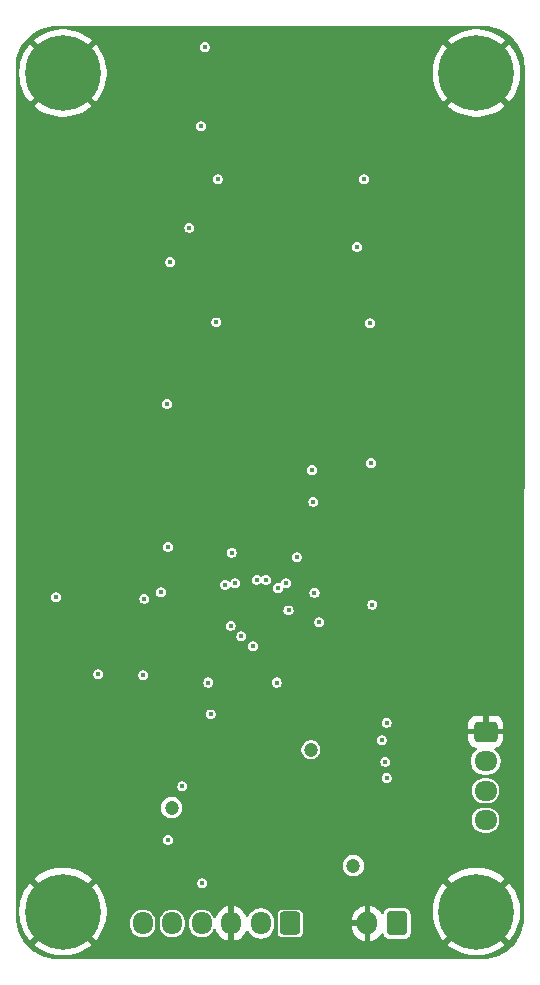
<source format=gbr>
%TF.GenerationSoftware,KiCad,Pcbnew,9.0.0-9.0.0-2~ubuntu22.04.1*%
%TF.CreationDate,2025-03-23T14:44:27+01:00*%
%TF.ProjectId,PCB_controller,5043425f-636f-46e7-9472-6f6c6c65722e,rev?*%
%TF.SameCoordinates,Original*%
%TF.FileFunction,Copper,L3,Inr*%
%TF.FilePolarity,Positive*%
%FSLAX46Y46*%
G04 Gerber Fmt 4.6, Leading zero omitted, Abs format (unit mm)*
G04 Created by KiCad (PCBNEW 9.0.0-9.0.0-2~ubuntu22.04.1) date 2025-03-23 14:44:27*
%MOMM*%
%LPD*%
G01*
G04 APERTURE LIST*
G04 Aperture macros list*
%AMRoundRect*
0 Rectangle with rounded corners*
0 $1 Rounding radius*
0 $2 $3 $4 $5 $6 $7 $8 $9 X,Y pos of 4 corners*
0 Add a 4 corners polygon primitive as box body*
4,1,4,$2,$3,$4,$5,$6,$7,$8,$9,$2,$3,0*
0 Add four circle primitives for the rounded corners*
1,1,$1+$1,$2,$3*
1,1,$1+$1,$4,$5*
1,1,$1+$1,$6,$7*
1,1,$1+$1,$8,$9*
0 Add four rect primitives between the rounded corners*
20,1,$1+$1,$2,$3,$4,$5,0*
20,1,$1+$1,$4,$5,$6,$7,0*
20,1,$1+$1,$6,$7,$8,$9,0*
20,1,$1+$1,$8,$9,$2,$3,0*%
G04 Aperture macros list end*
%TA.AperFunction,ComponentPad*%
%ADD10RoundRect,0.250000X-0.725000X0.600000X-0.725000X-0.600000X0.725000X-0.600000X0.725000X0.600000X0*%
%TD*%
%TA.AperFunction,ComponentPad*%
%ADD11O,1.950000X1.700000*%
%TD*%
%TA.AperFunction,ComponentPad*%
%ADD12C,0.800000*%
%TD*%
%TA.AperFunction,ComponentPad*%
%ADD13C,6.400000*%
%TD*%
%TA.AperFunction,ComponentPad*%
%ADD14RoundRect,0.250000X0.600000X0.725000X-0.600000X0.725000X-0.600000X-0.725000X0.600000X-0.725000X0*%
%TD*%
%TA.AperFunction,ComponentPad*%
%ADD15O,1.700000X1.950000*%
%TD*%
%TA.AperFunction,ComponentPad*%
%ADD16RoundRect,0.250000X0.600000X0.750000X-0.600000X0.750000X-0.600000X-0.750000X0.600000X-0.750000X0*%
%TD*%
%TA.AperFunction,ComponentPad*%
%ADD17O,1.700000X2.000000*%
%TD*%
%TA.AperFunction,ViaPad*%
%ADD18C,0.450000*%
%TD*%
%TA.AperFunction,ViaPad*%
%ADD19C,1.200000*%
%TD*%
G04 APERTURE END LIST*
D10*
%TO.N,GND*%
%TO.C,J3*%
X162787500Y-114750000D03*
D11*
%TO.N,+5V*%
X162787500Y-117250000D03*
%TO.N,I2C1_SDA*%
X162787500Y-119750000D03*
%TO.N,I2C1_SCL*%
X162787500Y-122250000D03*
%TD*%
D12*
%TO.N,GND*%
%TO.C,H1*%
X159600000Y-59000000D03*
X160302944Y-57302944D03*
X160302944Y-60697056D03*
X162000000Y-56600000D03*
D13*
X162000000Y-59000000D03*
D12*
X162000000Y-61400000D03*
X163697056Y-57302944D03*
X163697056Y-60697056D03*
X164400000Y-59000000D03*
%TD*%
D14*
%TO.N,unconnected-(J2-Pin_1-Pad1)*%
%TO.C,J2*%
X146250000Y-131000000D03*
D15*
%TO.N,+5V*%
X143750000Y-131000000D03*
%TO.N,GND*%
X141250000Y-131000000D03*
%TO.N,UART2_HC05_TX*%
X138750000Y-131000000D03*
%TO.N,UART2_HC05_RX*%
X136250000Y-131000000D03*
%TO.N,unconnected-(J2-Pin_6-Pad6)*%
X133750000Y-131000000D03*
%TD*%
D12*
%TO.N,GND*%
%TO.C,H3*%
X124600000Y-59000000D03*
X125302944Y-57302944D03*
X125302944Y-60697056D03*
X127000000Y-56600000D03*
D13*
X127000000Y-59000000D03*
D12*
X127000000Y-61400000D03*
X128697056Y-57302944D03*
X128697056Y-60697056D03*
X129400000Y-59000000D03*
%TD*%
%TO.N,GND*%
%TO.C,H2*%
X124600000Y-130000000D03*
X125302944Y-128302944D03*
X125302944Y-131697056D03*
X127000000Y-127600000D03*
D13*
X127000000Y-130000000D03*
D12*
X127000000Y-132400000D03*
X128697056Y-128302944D03*
X128697056Y-131697056D03*
X129400000Y-130000000D03*
%TD*%
%TO.N,GND*%
%TO.C,H4*%
X159600000Y-130000000D03*
X160302944Y-128302944D03*
X160302944Y-131697056D03*
X162000000Y-127600000D03*
D13*
X162000000Y-130000000D03*
D12*
X162000000Y-132400000D03*
X163697056Y-128302944D03*
X163697056Y-131697056D03*
X164400000Y-130000000D03*
%TD*%
D16*
%TO.N,+5V*%
%TO.C,J1*%
X155287500Y-131000000D03*
D17*
%TO.N,GND*%
X152787500Y-131000000D03*
%TD*%
D18*
%TO.N,GND*%
X127250000Y-90000000D03*
X141700000Y-126800000D03*
X133700000Y-93200000D03*
X142600000Y-112900000D03*
X146000000Y-125600000D03*
X138800000Y-108900000D03*
X127900000Y-114000000D03*
X143500000Y-93600000D03*
X160250000Y-101500000D03*
X155300000Y-73800000D03*
X126100000Y-105600000D03*
X142300000Y-73800000D03*
X130500000Y-78000000D03*
X155300000Y-109800000D03*
X153600000Y-123300000D03*
X139800000Y-63000000D03*
X145971232Y-103628768D03*
X127800000Y-81200000D03*
X148100000Y-61800000D03*
X131000000Y-65000000D03*
X136300000Y-67900000D03*
X161200000Y-85800000D03*
X155500000Y-102250000D03*
X133700000Y-81200000D03*
X157250000Y-112000000D03*
X155750000Y-90750000D03*
X163200000Y-109800000D03*
X149400000Y-104200000D03*
X155750000Y-59750000D03*
X136300000Y-112800000D03*
X126250000Y-77250000D03*
X144750000Y-116250000D03*
X149250000Y-89250000D03*
X157500000Y-121250000D03*
X142300000Y-85800000D03*
X156750000Y-125000000D03*
X157750000Y-77000000D03*
X152200000Y-110300000D03*
X136300000Y-91900000D03*
X133750000Y-60250000D03*
X139800000Y-87000000D03*
X143500000Y-92000000D03*
X131250000Y-89250000D03*
X148100000Y-100100000D03*
X133600000Y-69200000D03*
X163300000Y-97800000D03*
X149000000Y-66000000D03*
X152700000Y-99100000D03*
X132500000Y-126750000D03*
X152800000Y-87000000D03*
X133700000Y-114000000D03*
X159300000Y-114200000D03*
X130600000Y-123500000D03*
X150000000Y-110000000D03*
X155300000Y-85800000D03*
X148000000Y-78250000D03*
X127800000Y-69200000D03*
X130600000Y-121900000D03*
X149000000Y-127250000D03*
X139800000Y-75000000D03*
X145000000Y-64250000D03*
X142600000Y-123900000D03*
X134500000Y-56750000D03*
X142300000Y-61800000D03*
X161750000Y-78750000D03*
X158250000Y-89000000D03*
X148300000Y-85800000D03*
X143000000Y-77750000D03*
X161200000Y-73800000D03*
X127900000Y-93200000D03*
X127500000Y-99250000D03*
X148700000Y-102000000D03*
X137000000Y-111200000D03*
X157750000Y-63750000D03*
X155300000Y-97800000D03*
X136750000Y-66250000D03*
X124500000Y-111500000D03*
X152800000Y-75000000D03*
X136300000Y-80100000D03*
X126500000Y-108600000D03*
X148200000Y-73800000D03*
X147000000Y-113500000D03*
%TO.N,+3.3V*%
X152500000Y-68000000D03*
X153200000Y-104000000D03*
X136100000Y-75000000D03*
X135800000Y-87000000D03*
X139000000Y-56800000D03*
X139300000Y-110600000D03*
X154400000Y-118700000D03*
X135900000Y-99100000D03*
X153000000Y-80200000D03*
X153100000Y-92000000D03*
X140000000Y-80100000D03*
X137100000Y-119400000D03*
X126400000Y-103400000D03*
X146800000Y-100000000D03*
X135900000Y-123900000D03*
X140100000Y-68000000D03*
D19*
X148000000Y-116300000D03*
D18*
X154400000Y-114000000D03*
X148300000Y-103000000D03*
D19*
%TO.N,+5V*%
X151600000Y-126100000D03*
X136200000Y-121200000D03*
D18*
%TO.N,BTN_4*%
X148700000Y-105500000D03*
X151900000Y-73700000D03*
%TO.N,BTN_7*%
X137700000Y-72100000D03*
X141300000Y-99600000D03*
%TO.N,BTN_8*%
X146100000Y-104500000D03*
X138700000Y-63500000D03*
%TO.N,BTN_11*%
X139500000Y-113300000D03*
X141200000Y-105800000D03*
%TO.N,UART2_HC05_TX*%
X138800000Y-127600000D03*
X145100000Y-110600000D03*
%TO.N,I2C1_SDA*%
X154000000Y-115500000D03*
X142100000Y-106700000D03*
%TO.N,I2C1_SCL*%
X143100000Y-107525000D03*
X154300000Y-117300000D03*
%TO.N,UART1_DEBUG_RX*%
X130000000Y-109900000D03*
X143400000Y-101900000D03*
%TO.N,SWCLK*%
X140728768Y-102328768D03*
X135300000Y-102975000D03*
%TO.N,SWDIO*%
X141600000Y-102200000D03*
X133900000Y-103500000D03*
%TO.N,UART1_DEBUG_TX*%
X133800000Y-110000000D03*
X144200000Y-101900000D03*
%TO.N,LED2*%
X148200000Y-95300000D03*
X145900000Y-102200000D03*
%TO.N,LED1*%
X148100000Y-92600000D03*
X145225000Y-102600000D03*
%TD*%
%TA.AperFunction,Conductor*%
%TO.N,GND*%
G36*
X162590532Y-55000648D02*
G01*
X162924429Y-55017052D01*
X162936537Y-55018245D01*
X163039646Y-55033539D01*
X163264199Y-55066849D01*
X163276117Y-55069219D01*
X163597451Y-55149709D01*
X163609088Y-55153240D01*
X163680306Y-55178722D01*
X163920967Y-55264832D01*
X163932188Y-55269479D01*
X164231663Y-55411120D01*
X164242371Y-55416844D01*
X164526488Y-55587137D01*
X164536606Y-55593897D01*
X164802670Y-55791224D01*
X164812076Y-55798944D01*
X165057513Y-56021395D01*
X165066104Y-56029986D01*
X165199550Y-56177221D01*
X165288555Y-56275423D01*
X165296275Y-56284829D01*
X165493602Y-56550893D01*
X165500362Y-56561011D01*
X165646450Y-56804745D01*
X165670648Y-56845116D01*
X165676383Y-56855844D01*
X165789749Y-57095537D01*
X165818014Y-57155297D01*
X165822670Y-57166540D01*
X165934259Y-57478411D01*
X165937792Y-57490055D01*
X166018277Y-57811369D01*
X166020651Y-57823305D01*
X166069254Y-58150962D01*
X166070447Y-58163072D01*
X166086848Y-58496923D01*
X166086997Y-58503093D01*
X166037050Y-130425771D01*
X166037050Y-130425772D01*
X166037044Y-130433940D01*
X166037000Y-130434108D01*
X166037000Y-130497035D01*
X166036997Y-130497042D01*
X166036851Y-130503033D01*
X166020447Y-130836928D01*
X166019254Y-130849037D01*
X165970651Y-131176694D01*
X165968277Y-131188630D01*
X165887792Y-131509944D01*
X165884259Y-131521588D01*
X165772670Y-131833459D01*
X165768014Y-131844702D01*
X165626385Y-132144151D01*
X165620648Y-132154883D01*
X165450362Y-132438988D01*
X165443602Y-132449106D01*
X165246275Y-132715170D01*
X165238555Y-132724576D01*
X165016111Y-132970006D01*
X165007506Y-132978611D01*
X164762076Y-133201055D01*
X164752670Y-133208775D01*
X164486606Y-133406102D01*
X164476488Y-133412862D01*
X164192383Y-133583148D01*
X164181651Y-133588885D01*
X163882202Y-133730514D01*
X163870959Y-133735170D01*
X163559088Y-133846759D01*
X163547444Y-133850292D01*
X163226130Y-133930777D01*
X163214194Y-133933151D01*
X162886537Y-133981754D01*
X162874428Y-133982947D01*
X162559489Y-133998419D01*
X162540531Y-133999351D01*
X162534449Y-133999500D01*
X126540551Y-133999500D01*
X126534468Y-133999351D01*
X126514400Y-133998365D01*
X126200571Y-133982947D01*
X126188462Y-133981754D01*
X125860805Y-133933151D01*
X125848869Y-133930777D01*
X125527555Y-133850292D01*
X125515911Y-133846759D01*
X125204040Y-133735170D01*
X125192801Y-133730515D01*
X124893344Y-133588883D01*
X124882621Y-133583150D01*
X124598511Y-133412862D01*
X124588393Y-133406102D01*
X124322329Y-133208775D01*
X124312923Y-133201055D01*
X124273975Y-133165755D01*
X124067486Y-132978604D01*
X124058895Y-132970013D01*
X123836444Y-132724576D01*
X123828724Y-132715170D01*
X123631397Y-132449106D01*
X123624637Y-132438988D01*
X123454344Y-132154871D01*
X123448620Y-132144163D01*
X123306979Y-131844688D01*
X123302329Y-131833459D01*
X123302006Y-131832557D01*
X123217878Y-131597434D01*
X123190740Y-131521588D01*
X123187207Y-131509944D01*
X123106719Y-131188617D01*
X123104348Y-131176694D01*
X123087902Y-131065826D01*
X123055745Y-130849037D01*
X123054552Y-130836927D01*
X123051339Y-130771534D01*
X123038149Y-130503032D01*
X123038000Y-130497038D01*
X123038000Y-130497035D01*
X123038000Y-130434108D01*
X123037954Y-130433938D01*
X123037526Y-129818234D01*
X123300000Y-129818234D01*
X123300000Y-130181765D01*
X123335632Y-130543556D01*
X123406550Y-130900090D01*
X123406553Y-130900101D01*
X123512086Y-131247997D01*
X123651207Y-131583864D01*
X123651209Y-131583869D01*
X123822570Y-131904462D01*
X123822581Y-131904480D01*
X124024551Y-132206750D01*
X124211678Y-132434765D01*
X124211679Y-132434766D01*
X125705747Y-130940697D01*
X125779588Y-131042330D01*
X125957670Y-131220412D01*
X126059301Y-131294251D01*
X124565232Y-132788319D01*
X124565233Y-132788320D01*
X124793249Y-132975448D01*
X125095519Y-133177418D01*
X125095537Y-133177429D01*
X125416130Y-133348790D01*
X125416135Y-133348792D01*
X125752002Y-133487913D01*
X126099898Y-133593446D01*
X126099909Y-133593449D01*
X126456443Y-133664367D01*
X126818234Y-133700000D01*
X127181766Y-133700000D01*
X127543556Y-133664367D01*
X127900090Y-133593449D01*
X127900101Y-133593446D01*
X128247997Y-133487913D01*
X128583864Y-133348792D01*
X128583869Y-133348790D01*
X128904462Y-133177429D01*
X128904480Y-133177418D01*
X129206736Y-132975457D01*
X129206750Y-132975447D01*
X129434765Y-132788320D01*
X129434766Y-132788319D01*
X127940698Y-131294251D01*
X128042330Y-131220412D01*
X128220412Y-131042330D01*
X128294251Y-130940698D01*
X129788319Y-132434766D01*
X129788320Y-132434765D01*
X129975447Y-132206750D01*
X129975457Y-132206736D01*
X130177418Y-131904480D01*
X130177429Y-131904462D01*
X130348790Y-131583869D01*
X130348792Y-131583864D01*
X130487913Y-131247997D01*
X130593446Y-130900101D01*
X130593449Y-130900089D01*
X130619021Y-130771530D01*
X132699500Y-130771530D01*
X132699500Y-131228469D01*
X132739868Y-131431412D01*
X132739870Y-131431420D01*
X132809698Y-131600000D01*
X132819059Y-131622598D01*
X132876541Y-131708626D01*
X132934024Y-131794657D01*
X133080342Y-131940975D01*
X133080345Y-131940977D01*
X133252402Y-132055941D01*
X133443580Y-132135130D01*
X133632187Y-132172646D01*
X133646530Y-132175499D01*
X133646534Y-132175500D01*
X133646535Y-132175500D01*
X133853466Y-132175500D01*
X133853467Y-132175499D01*
X134056420Y-132135130D01*
X134247598Y-132055941D01*
X134419655Y-131940977D01*
X134565977Y-131794655D01*
X134680941Y-131622598D01*
X134760130Y-131431420D01*
X134800500Y-131228465D01*
X134800500Y-130771535D01*
X134800499Y-130771530D01*
X135199500Y-130771530D01*
X135199500Y-131228469D01*
X135239868Y-131431412D01*
X135239870Y-131431420D01*
X135309698Y-131600000D01*
X135319059Y-131622598D01*
X135376541Y-131708626D01*
X135434024Y-131794657D01*
X135580342Y-131940975D01*
X135580345Y-131940977D01*
X135752402Y-132055941D01*
X135943580Y-132135130D01*
X136132187Y-132172646D01*
X136146530Y-132175499D01*
X136146534Y-132175500D01*
X136146535Y-132175500D01*
X136353466Y-132175500D01*
X136353467Y-132175499D01*
X136556420Y-132135130D01*
X136747598Y-132055941D01*
X136919655Y-131940977D01*
X137065977Y-131794655D01*
X137180941Y-131622598D01*
X137260130Y-131431420D01*
X137300500Y-131228465D01*
X137300500Y-130771535D01*
X137300499Y-130771530D01*
X137699500Y-130771530D01*
X137699500Y-131228469D01*
X137739868Y-131431412D01*
X137739870Y-131431420D01*
X137809698Y-131600000D01*
X137819059Y-131622598D01*
X137876541Y-131708626D01*
X137934024Y-131794657D01*
X138080342Y-131940975D01*
X138080345Y-131940977D01*
X138252402Y-132055941D01*
X138443580Y-132135130D01*
X138632187Y-132172646D01*
X138646530Y-132175499D01*
X138646534Y-132175500D01*
X138646535Y-132175500D01*
X138853466Y-132175500D01*
X138853467Y-132175499D01*
X139056420Y-132135130D01*
X139247598Y-132055941D01*
X139419655Y-131940977D01*
X139565977Y-131794655D01*
X139680941Y-131622598D01*
X139726748Y-131512009D01*
X139770589Y-131457606D01*
X139836883Y-131435541D01*
X139904582Y-131452820D01*
X139952193Y-131503957D01*
X139959240Y-131521144D01*
X139998904Y-131643216D01*
X140095379Y-131832557D01*
X140220272Y-132004459D01*
X140220276Y-132004464D01*
X140370535Y-132154723D01*
X140370540Y-132154727D01*
X140542442Y-132279620D01*
X140731782Y-132376095D01*
X140933871Y-132441757D01*
X141000000Y-132452231D01*
X141000000Y-131404145D01*
X141066657Y-131442630D01*
X141187465Y-131475000D01*
X141312535Y-131475000D01*
X141433343Y-131442630D01*
X141500000Y-131404145D01*
X141500000Y-132452230D01*
X141566126Y-132441757D01*
X141566129Y-132441757D01*
X141768217Y-132376095D01*
X141957557Y-132279620D01*
X142129459Y-132154727D01*
X142129464Y-132154723D01*
X142279723Y-132004464D01*
X142279727Y-132004459D01*
X142404620Y-131832558D01*
X142501466Y-131642488D01*
X142549440Y-131591692D01*
X142617261Y-131574897D01*
X142683396Y-131597434D01*
X142722435Y-131642488D01*
X142766002Y-131727992D01*
X142766003Y-131727993D01*
X142872441Y-131874494D01*
X142872445Y-131874499D01*
X143000500Y-132002554D01*
X143000505Y-132002558D01*
X143128287Y-132095396D01*
X143147006Y-132108996D01*
X143236750Y-132154723D01*
X143308360Y-132191211D01*
X143308363Y-132191212D01*
X143394476Y-132219191D01*
X143480591Y-132247171D01*
X143563429Y-132260291D01*
X143659449Y-132275500D01*
X143659454Y-132275500D01*
X143840551Y-132275500D01*
X143927259Y-132261765D01*
X144019409Y-132247171D01*
X144191639Y-132191211D01*
X144352994Y-132108996D01*
X144499501Y-132002553D01*
X144627553Y-131874501D01*
X144733996Y-131727994D01*
X144816211Y-131566639D01*
X144872171Y-131394409D01*
X144894054Y-131256246D01*
X144900500Y-131215551D01*
X144900500Y-130784448D01*
X144873532Y-130614187D01*
X144872171Y-130605591D01*
X144839348Y-130504570D01*
X144816212Y-130433363D01*
X144816211Y-130433360D01*
X144735078Y-130274130D01*
X144735077Y-130274128D01*
X144733995Y-130272004D01*
X144696743Y-130220730D01*
X145199500Y-130220730D01*
X145199500Y-131779269D01*
X145202353Y-131809699D01*
X145202353Y-131809701D01*
X145235519Y-131904480D01*
X145247207Y-131937882D01*
X145327850Y-132047150D01*
X145437118Y-132127793D01*
X145458089Y-132135131D01*
X145565299Y-132172646D01*
X145595730Y-132175500D01*
X145595734Y-132175500D01*
X146904270Y-132175500D01*
X146934699Y-132172646D01*
X146934701Y-132172646D01*
X147016133Y-132144151D01*
X147062882Y-132127793D01*
X147172150Y-132047150D01*
X147252793Y-131937882D01*
X147281929Y-131854616D01*
X147297646Y-131809701D01*
X147297646Y-131809699D01*
X147300500Y-131779269D01*
X147300500Y-130743753D01*
X151437500Y-130743753D01*
X151437500Y-130750000D01*
X152354488Y-130750000D01*
X152321575Y-130807007D01*
X152287500Y-130934174D01*
X152287500Y-131065826D01*
X152321575Y-131192993D01*
X152354488Y-131250000D01*
X151437500Y-131250000D01*
X151437500Y-131256246D01*
X151470742Y-131466127D01*
X151470742Y-131466130D01*
X151536404Y-131668217D01*
X151632879Y-131857557D01*
X151757772Y-132029459D01*
X151757776Y-132029464D01*
X151908035Y-132179723D01*
X151908040Y-132179727D01*
X152079942Y-132304620D01*
X152269282Y-132401095D01*
X152471371Y-132466757D01*
X152537500Y-132477231D01*
X152537500Y-131433012D01*
X152594507Y-131465925D01*
X152721674Y-131500000D01*
X152853326Y-131500000D01*
X152980493Y-131465925D01*
X153037500Y-131433012D01*
X153037500Y-132477230D01*
X153103626Y-132466757D01*
X153103629Y-132466757D01*
X153305717Y-132401095D01*
X153495057Y-132304620D01*
X153666959Y-132179727D01*
X153666964Y-132179723D01*
X153817221Y-132029466D01*
X153936393Y-131865439D01*
X153991723Y-131822773D01*
X154061336Y-131816794D01*
X154123132Y-131849399D01*
X154152066Y-131892833D01*
X154203138Y-132022341D01*
X154294577Y-132142922D01*
X154415156Y-132234360D01*
X154415157Y-132234360D01*
X154415158Y-132234361D01*
X154555936Y-132289877D01*
X154644398Y-132300500D01*
X154644403Y-132300500D01*
X155930597Y-132300500D01*
X155930602Y-132300500D01*
X156019064Y-132289877D01*
X156159842Y-132234361D01*
X156280422Y-132142922D01*
X156371861Y-132022342D01*
X156427377Y-131881564D01*
X156438000Y-131793102D01*
X156438000Y-130206898D01*
X156427377Y-130118436D01*
X156371861Y-129977658D01*
X156371860Y-129977657D01*
X156371860Y-129977656D01*
X156305473Y-129890112D01*
X156280422Y-129857077D01*
X156229200Y-129818234D01*
X158300000Y-129818234D01*
X158300000Y-130181765D01*
X158335632Y-130543556D01*
X158406550Y-130900090D01*
X158406553Y-130900101D01*
X158512086Y-131247997D01*
X158651207Y-131583864D01*
X158651209Y-131583869D01*
X158822570Y-131904462D01*
X158822581Y-131904480D01*
X159024551Y-132206750D01*
X159211678Y-132434765D01*
X159211679Y-132434766D01*
X160705747Y-130940697D01*
X160779588Y-131042330D01*
X160957670Y-131220412D01*
X161059301Y-131294251D01*
X159565232Y-132788319D01*
X159565233Y-132788320D01*
X159793249Y-132975448D01*
X160095519Y-133177418D01*
X160095537Y-133177429D01*
X160416130Y-133348790D01*
X160416135Y-133348792D01*
X160752002Y-133487913D01*
X161099898Y-133593446D01*
X161099909Y-133593449D01*
X161456443Y-133664367D01*
X161818234Y-133700000D01*
X162181766Y-133700000D01*
X162543556Y-133664367D01*
X162900090Y-133593449D01*
X162900101Y-133593446D01*
X163247997Y-133487913D01*
X163583864Y-133348792D01*
X163583869Y-133348790D01*
X163904462Y-133177429D01*
X163904480Y-133177418D01*
X164206736Y-132975457D01*
X164206750Y-132975447D01*
X164434765Y-132788320D01*
X164434766Y-132788319D01*
X162940698Y-131294251D01*
X163042330Y-131220412D01*
X163220412Y-131042330D01*
X163294251Y-130940698D01*
X164788319Y-132434766D01*
X164788320Y-132434765D01*
X164975447Y-132206750D01*
X164975457Y-132206736D01*
X165177418Y-131904480D01*
X165177429Y-131904462D01*
X165348790Y-131583869D01*
X165348792Y-131583864D01*
X165487913Y-131247997D01*
X165593446Y-130900101D01*
X165593449Y-130900090D01*
X165664367Y-130543556D01*
X165700000Y-130181765D01*
X165700000Y-129818234D01*
X165664367Y-129456443D01*
X165593449Y-129099909D01*
X165593446Y-129099898D01*
X165487913Y-128752002D01*
X165348792Y-128416135D01*
X165348790Y-128416130D01*
X165177429Y-128095537D01*
X165177418Y-128095519D01*
X164975448Y-127793249D01*
X164788320Y-127565233D01*
X164788319Y-127565232D01*
X163294251Y-129059300D01*
X163220412Y-128957670D01*
X163042330Y-128779588D01*
X162940698Y-128705748D01*
X164434766Y-127211679D01*
X164434765Y-127211678D01*
X164206750Y-127024551D01*
X163904480Y-126822581D01*
X163904462Y-126822570D01*
X163583869Y-126651209D01*
X163583864Y-126651207D01*
X163247997Y-126512086D01*
X162900101Y-126406553D01*
X162900090Y-126406550D01*
X162543556Y-126335632D01*
X162181766Y-126300000D01*
X161818234Y-126300000D01*
X161456443Y-126335632D01*
X161099909Y-126406550D01*
X161099898Y-126406553D01*
X160752002Y-126512086D01*
X160416135Y-126651207D01*
X160416130Y-126651209D01*
X160095537Y-126822570D01*
X160095519Y-126822581D01*
X159793258Y-127024545D01*
X159793254Y-127024548D01*
X159565233Y-127211679D01*
X159565233Y-127211680D01*
X161059301Y-128705748D01*
X160957670Y-128779588D01*
X160779588Y-128957670D01*
X160705748Y-129059301D01*
X159211680Y-127565233D01*
X159211679Y-127565233D01*
X159024548Y-127793254D01*
X159024545Y-127793258D01*
X158822581Y-128095519D01*
X158822570Y-128095537D01*
X158651209Y-128416130D01*
X158651207Y-128416135D01*
X158512086Y-128752002D01*
X158406553Y-129099898D01*
X158406550Y-129099909D01*
X158335632Y-129456443D01*
X158300000Y-129818234D01*
X156229200Y-129818234D01*
X156159843Y-129765639D01*
X156019061Y-129710122D01*
X155973426Y-129704642D01*
X155930602Y-129699500D01*
X154644398Y-129699500D01*
X154605353Y-129704188D01*
X154555938Y-129710122D01*
X154415156Y-129765639D01*
X154294577Y-129857077D01*
X154203138Y-129977658D01*
X154152066Y-130107166D01*
X154109160Y-130162309D01*
X154043252Y-130185502D01*
X153975268Y-130169381D01*
X153936394Y-130134560D01*
X153817227Y-129970540D01*
X153817223Y-129970535D01*
X153666964Y-129820276D01*
X153666959Y-129820272D01*
X153495057Y-129695379D01*
X153305715Y-129598903D01*
X153103624Y-129533241D01*
X153037500Y-129522768D01*
X153037500Y-130566988D01*
X152980493Y-130534075D01*
X152853326Y-130500000D01*
X152721674Y-130500000D01*
X152594507Y-130534075D01*
X152537500Y-130566988D01*
X152537500Y-129522768D01*
X152537499Y-129522768D01*
X152471375Y-129533241D01*
X152269284Y-129598903D01*
X152079942Y-129695379D01*
X151908040Y-129820272D01*
X151908035Y-129820276D01*
X151757776Y-129970535D01*
X151757772Y-129970540D01*
X151632879Y-130142442D01*
X151536404Y-130331782D01*
X151470742Y-130533869D01*
X151470742Y-130533872D01*
X151437500Y-130743753D01*
X147300500Y-130743753D01*
X147300500Y-130220730D01*
X147297646Y-130190300D01*
X147297646Y-130190298D01*
X147252793Y-130062119D01*
X147252792Y-130062117D01*
X147172150Y-129952850D01*
X147062882Y-129872207D01*
X147062880Y-129872206D01*
X146934700Y-129827353D01*
X146904270Y-129824500D01*
X146904266Y-129824500D01*
X145595734Y-129824500D01*
X145595730Y-129824500D01*
X145565300Y-129827353D01*
X145565298Y-129827353D01*
X145437119Y-129872206D01*
X145437117Y-129872207D01*
X145327850Y-129952850D01*
X145247207Y-130062117D01*
X145247206Y-130062119D01*
X145202353Y-130190298D01*
X145202353Y-130190300D01*
X145199500Y-130220730D01*
X144696743Y-130220730D01*
X144627558Y-130125505D01*
X144627554Y-130125500D01*
X144499499Y-129997445D01*
X144499494Y-129997441D01*
X144352997Y-129891006D01*
X144352996Y-129891005D01*
X144352994Y-129891004D01*
X144286409Y-129857077D01*
X144191639Y-129808788D01*
X144191636Y-129808787D01*
X144019410Y-129752829D01*
X143840551Y-129724500D01*
X143840546Y-129724500D01*
X143659454Y-129724500D01*
X143659449Y-129724500D01*
X143480589Y-129752829D01*
X143308363Y-129808787D01*
X143308360Y-129808788D01*
X143147002Y-129891006D01*
X143000505Y-129997441D01*
X143000500Y-129997445D01*
X142872445Y-130125500D01*
X142872441Y-130125505D01*
X142766004Y-130272004D01*
X142722435Y-130357512D01*
X142674460Y-130408307D01*
X142606639Y-130425102D01*
X142540504Y-130402564D01*
X142501466Y-130357511D01*
X142404620Y-130167442D01*
X142279727Y-129995540D01*
X142279723Y-129995535D01*
X142129464Y-129845276D01*
X142129459Y-129845272D01*
X141957557Y-129720379D01*
X141768215Y-129623903D01*
X141566124Y-129558241D01*
X141500000Y-129547768D01*
X141500000Y-130595854D01*
X141433343Y-130557370D01*
X141312535Y-130525000D01*
X141187465Y-130525000D01*
X141066657Y-130557370D01*
X141000000Y-130595854D01*
X141000000Y-129547768D01*
X140999999Y-129547768D01*
X140933875Y-129558241D01*
X140731784Y-129623903D01*
X140542442Y-129720379D01*
X140370540Y-129845272D01*
X140370535Y-129845276D01*
X140220276Y-129995535D01*
X140220272Y-129995540D01*
X140095379Y-130167442D01*
X139998905Y-130356781D01*
X139959240Y-130478856D01*
X139919802Y-130536531D01*
X139855443Y-130563729D01*
X139786597Y-130551814D01*
X139735121Y-130504570D01*
X139726748Y-130487990D01*
X139722965Y-130478856D01*
X139680941Y-130377402D01*
X139565977Y-130205345D01*
X139565975Y-130205342D01*
X139419657Y-130059024D01*
X139287222Y-129970535D01*
X139247598Y-129944059D01*
X139056420Y-129864870D01*
X139056412Y-129864868D01*
X138853469Y-129824500D01*
X138853465Y-129824500D01*
X138646535Y-129824500D01*
X138646530Y-129824500D01*
X138443587Y-129864868D01*
X138443579Y-129864870D01*
X138252403Y-129944058D01*
X138080342Y-130059024D01*
X137934024Y-130205342D01*
X137819058Y-130377403D01*
X137739870Y-130568579D01*
X137739868Y-130568587D01*
X137699500Y-130771530D01*
X137300499Y-130771530D01*
X137260130Y-130568580D01*
X137180941Y-130377402D01*
X137065977Y-130205345D01*
X137065975Y-130205342D01*
X136919657Y-130059024D01*
X136787222Y-129970535D01*
X136747598Y-129944059D01*
X136556420Y-129864870D01*
X136556412Y-129864868D01*
X136353469Y-129824500D01*
X136353465Y-129824500D01*
X136146535Y-129824500D01*
X136146530Y-129824500D01*
X135943587Y-129864868D01*
X135943579Y-129864870D01*
X135752403Y-129944058D01*
X135580342Y-130059024D01*
X135434024Y-130205342D01*
X135319058Y-130377403D01*
X135239870Y-130568579D01*
X135239868Y-130568587D01*
X135199500Y-130771530D01*
X134800499Y-130771530D01*
X134760130Y-130568580D01*
X134680941Y-130377402D01*
X134565977Y-130205345D01*
X134565975Y-130205342D01*
X134419657Y-130059024D01*
X134287222Y-129970535D01*
X134247598Y-129944059D01*
X134056420Y-129864870D01*
X134056412Y-129864868D01*
X133853469Y-129824500D01*
X133853465Y-129824500D01*
X133646535Y-129824500D01*
X133646530Y-129824500D01*
X133443587Y-129864868D01*
X133443579Y-129864870D01*
X133252403Y-129944058D01*
X133080342Y-130059024D01*
X132934024Y-130205342D01*
X132819058Y-130377403D01*
X132739870Y-130568579D01*
X132739868Y-130568587D01*
X132699500Y-130771530D01*
X130619021Y-130771530D01*
X130625044Y-130741252D01*
X130664367Y-130543556D01*
X130700000Y-130181765D01*
X130700000Y-129818234D01*
X130664367Y-129456443D01*
X130593449Y-129099909D01*
X130593446Y-129099898D01*
X130487913Y-128752002D01*
X130348792Y-128416135D01*
X130348790Y-128416130D01*
X130177429Y-128095537D01*
X130177418Y-128095519D01*
X129975448Y-127793249D01*
X129828769Y-127614520D01*
X129828768Y-127614519D01*
X129788319Y-127565232D01*
X128294251Y-129059300D01*
X128220412Y-128957670D01*
X128042330Y-128779588D01*
X127940698Y-128705748D01*
X129102463Y-127543982D01*
X138374500Y-127543982D01*
X138374500Y-127656018D01*
X138403497Y-127764237D01*
X138459515Y-127861263D01*
X138538737Y-127940485D01*
X138635763Y-127996503D01*
X138743982Y-128025500D01*
X138743984Y-128025500D01*
X138856016Y-128025500D01*
X138856018Y-128025500D01*
X138964237Y-127996503D01*
X139061263Y-127940485D01*
X139140485Y-127861263D01*
X139196503Y-127764237D01*
X139225500Y-127656018D01*
X139225500Y-127543982D01*
X139196503Y-127435763D01*
X139140485Y-127338737D01*
X139061263Y-127259515D01*
X138996579Y-127222169D01*
X138964239Y-127203498D01*
X138964238Y-127203497D01*
X138964237Y-127203497D01*
X138856018Y-127174500D01*
X138743982Y-127174500D01*
X138635763Y-127203497D01*
X138635760Y-127203498D01*
X138538740Y-127259513D01*
X138538734Y-127259517D01*
X138459517Y-127338734D01*
X138459513Y-127338740D01*
X138403498Y-127435760D01*
X138403497Y-127435763D01*
X138374500Y-127543982D01*
X129102463Y-127543982D01*
X129434766Y-127211679D01*
X129434765Y-127211678D01*
X129206750Y-127024551D01*
X128904480Y-126822581D01*
X128904462Y-126822570D01*
X128583869Y-126651209D01*
X128583864Y-126651207D01*
X128247997Y-126512086D01*
X127900101Y-126406553D01*
X127900090Y-126406550D01*
X127543556Y-126335632D01*
X127181766Y-126300000D01*
X126818234Y-126300000D01*
X126456443Y-126335632D01*
X126099909Y-126406550D01*
X126099898Y-126406553D01*
X125752002Y-126512086D01*
X125416135Y-126651207D01*
X125416130Y-126651209D01*
X125095537Y-126822570D01*
X125095519Y-126822581D01*
X124793258Y-127024545D01*
X124793254Y-127024548D01*
X124565233Y-127211679D01*
X124565233Y-127211680D01*
X126059301Y-128705748D01*
X125957670Y-128779588D01*
X125779588Y-128957670D01*
X125705748Y-129059301D01*
X124211680Y-127565233D01*
X124211679Y-127565233D01*
X124024548Y-127793254D01*
X124024545Y-127793258D01*
X123822581Y-128095519D01*
X123822570Y-128095537D01*
X123651209Y-128416130D01*
X123651207Y-128416135D01*
X123512086Y-128752002D01*
X123406553Y-129099898D01*
X123406550Y-129099909D01*
X123335632Y-129456443D01*
X123300000Y-129818234D01*
X123037526Y-129818234D01*
X123034883Y-126011304D01*
X150699500Y-126011304D01*
X150699500Y-126188695D01*
X150734103Y-126362658D01*
X150734106Y-126362667D01*
X150801983Y-126526540D01*
X150801990Y-126526553D01*
X150900535Y-126674034D01*
X150900538Y-126674038D01*
X151025961Y-126799461D01*
X151025965Y-126799464D01*
X151173446Y-126898009D01*
X151173459Y-126898016D01*
X151296363Y-126948923D01*
X151337334Y-126965894D01*
X151337336Y-126965894D01*
X151337341Y-126965896D01*
X151511304Y-127000499D01*
X151511307Y-127000500D01*
X151511309Y-127000500D01*
X151688693Y-127000500D01*
X151688694Y-127000499D01*
X151746682Y-126988964D01*
X151862658Y-126965896D01*
X151862661Y-126965894D01*
X151862666Y-126965894D01*
X152026547Y-126898013D01*
X152174035Y-126799464D01*
X152299464Y-126674035D01*
X152398013Y-126526547D01*
X152465894Y-126362666D01*
X152471272Y-126335632D01*
X152500499Y-126188695D01*
X152500500Y-126188693D01*
X152500500Y-126011306D01*
X152500499Y-126011304D01*
X152465896Y-125837341D01*
X152465893Y-125837332D01*
X152398016Y-125673459D01*
X152398009Y-125673446D01*
X152299464Y-125525965D01*
X152299461Y-125525961D01*
X152174038Y-125400538D01*
X152174034Y-125400535D01*
X152026553Y-125301990D01*
X152026540Y-125301983D01*
X151862667Y-125234106D01*
X151862658Y-125234103D01*
X151688694Y-125199500D01*
X151688691Y-125199500D01*
X151511309Y-125199500D01*
X151511306Y-125199500D01*
X151337341Y-125234103D01*
X151337332Y-125234106D01*
X151173459Y-125301983D01*
X151173446Y-125301990D01*
X151025965Y-125400535D01*
X151025961Y-125400538D01*
X150900538Y-125525961D01*
X150900535Y-125525965D01*
X150801990Y-125673446D01*
X150801983Y-125673459D01*
X150734106Y-125837332D01*
X150734103Y-125837341D01*
X150699500Y-126011304D01*
X123034883Y-126011304D01*
X123033378Y-123843982D01*
X135474500Y-123843982D01*
X135474500Y-123956018D01*
X135503497Y-124064237D01*
X135559515Y-124161263D01*
X135638737Y-124240485D01*
X135735763Y-124296503D01*
X135843982Y-124325500D01*
X135843984Y-124325500D01*
X135956016Y-124325500D01*
X135956018Y-124325500D01*
X136064237Y-124296503D01*
X136161263Y-124240485D01*
X136240485Y-124161263D01*
X136296503Y-124064237D01*
X136325500Y-123956018D01*
X136325500Y-123843982D01*
X136296503Y-123735763D01*
X136240485Y-123638737D01*
X136161263Y-123559515D01*
X136064237Y-123503497D01*
X135956018Y-123474500D01*
X135843982Y-123474500D01*
X135735763Y-123503497D01*
X135735760Y-123503498D01*
X135638740Y-123559513D01*
X135638734Y-123559517D01*
X135559517Y-123638734D01*
X135559513Y-123638740D01*
X135503498Y-123735760D01*
X135503497Y-123735763D01*
X135474500Y-123843982D01*
X123033378Y-123843982D01*
X123032199Y-122146530D01*
X161612000Y-122146530D01*
X161612000Y-122353469D01*
X161652368Y-122556412D01*
X161652370Y-122556420D01*
X161731558Y-122747596D01*
X161846524Y-122919657D01*
X161992842Y-123065975D01*
X161992845Y-123065977D01*
X162164902Y-123180941D01*
X162356080Y-123260130D01*
X162559030Y-123300499D01*
X162559034Y-123300500D01*
X162559035Y-123300500D01*
X163015966Y-123300500D01*
X163015967Y-123300499D01*
X163218920Y-123260130D01*
X163410098Y-123180941D01*
X163582155Y-123065977D01*
X163728477Y-122919655D01*
X163843441Y-122747598D01*
X163922630Y-122556420D01*
X163963000Y-122353465D01*
X163963000Y-122146535D01*
X163922630Y-121943580D01*
X163843441Y-121752402D01*
X163728477Y-121580345D01*
X163728475Y-121580342D01*
X163582157Y-121434024D01*
X163496126Y-121376541D01*
X163410098Y-121319059D01*
X163336793Y-121288695D01*
X163218920Y-121239870D01*
X163218912Y-121239868D01*
X163015969Y-121199500D01*
X163015965Y-121199500D01*
X162559035Y-121199500D01*
X162559030Y-121199500D01*
X162356087Y-121239868D01*
X162356079Y-121239870D01*
X162164903Y-121319058D01*
X161992842Y-121434024D01*
X161846524Y-121580342D01*
X161731558Y-121752403D01*
X161652370Y-121943579D01*
X161652368Y-121943587D01*
X161612000Y-122146530D01*
X123032199Y-122146530D01*
X123031480Y-121111304D01*
X135299500Y-121111304D01*
X135299500Y-121288695D01*
X135334103Y-121462658D01*
X135334106Y-121462667D01*
X135401983Y-121626540D01*
X135401990Y-121626553D01*
X135500535Y-121774034D01*
X135500538Y-121774038D01*
X135625961Y-121899461D01*
X135625965Y-121899464D01*
X135773446Y-121998009D01*
X135773459Y-121998016D01*
X135840735Y-122025882D01*
X135937334Y-122065894D01*
X135937336Y-122065894D01*
X135937341Y-122065896D01*
X136111304Y-122100499D01*
X136111307Y-122100500D01*
X136111309Y-122100500D01*
X136288693Y-122100500D01*
X136288694Y-122100499D01*
X136346682Y-122088964D01*
X136462658Y-122065896D01*
X136462661Y-122065894D01*
X136462666Y-122065894D01*
X136559265Y-122025882D01*
X136626541Y-121998016D01*
X136626544Y-121998014D01*
X136626547Y-121998013D01*
X136774035Y-121899464D01*
X136899464Y-121774035D01*
X136998013Y-121626547D01*
X137065894Y-121462666D01*
X137071592Y-121434024D01*
X137094459Y-121319059D01*
X137100500Y-121288691D01*
X137100500Y-121111309D01*
X137100500Y-121111306D01*
X137100499Y-121111304D01*
X137065896Y-120937341D01*
X137065893Y-120937332D01*
X136998016Y-120773459D01*
X136998009Y-120773446D01*
X136899464Y-120625965D01*
X136899461Y-120625961D01*
X136774038Y-120500538D01*
X136774034Y-120500535D01*
X136626553Y-120401990D01*
X136626540Y-120401983D01*
X136462667Y-120334106D01*
X136462658Y-120334103D01*
X136288694Y-120299500D01*
X136288691Y-120299500D01*
X136111309Y-120299500D01*
X136111306Y-120299500D01*
X135937341Y-120334103D01*
X135937332Y-120334106D01*
X135773459Y-120401983D01*
X135773446Y-120401990D01*
X135625965Y-120500535D01*
X135625961Y-120500538D01*
X135500538Y-120625961D01*
X135500535Y-120625965D01*
X135401990Y-120773446D01*
X135401983Y-120773459D01*
X135334106Y-120937332D01*
X135334103Y-120937341D01*
X135299500Y-121111304D01*
X123031480Y-121111304D01*
X123031245Y-120773459D01*
X123030253Y-119343982D01*
X136674500Y-119343982D01*
X136674500Y-119456018D01*
X136703497Y-119564237D01*
X136759515Y-119661263D01*
X136838737Y-119740485D01*
X136935763Y-119796503D01*
X137043982Y-119825500D01*
X137043984Y-119825500D01*
X137156016Y-119825500D01*
X137156018Y-119825500D01*
X137264237Y-119796503D01*
X137361263Y-119740485D01*
X137440485Y-119661263D01*
X137448991Y-119646530D01*
X161612000Y-119646530D01*
X161612000Y-119853469D01*
X161652368Y-120056412D01*
X161652370Y-120056420D01*
X161731558Y-120247596D01*
X161846524Y-120419657D01*
X161992842Y-120565975D01*
X161992845Y-120565977D01*
X162164902Y-120680941D01*
X162356080Y-120760130D01*
X162559030Y-120800499D01*
X162559034Y-120800500D01*
X162559035Y-120800500D01*
X163015966Y-120800500D01*
X163015967Y-120800499D01*
X163218920Y-120760130D01*
X163410098Y-120680941D01*
X163582155Y-120565977D01*
X163728477Y-120419655D01*
X163843441Y-120247598D01*
X163922630Y-120056420D01*
X163963000Y-119853465D01*
X163963000Y-119646535D01*
X163922630Y-119443580D01*
X163843441Y-119252402D01*
X163728477Y-119080345D01*
X163728475Y-119080342D01*
X163582157Y-118934024D01*
X163477711Y-118864236D01*
X163410098Y-118819059D01*
X163257904Y-118756018D01*
X163218920Y-118739870D01*
X163218912Y-118739868D01*
X163015969Y-118699500D01*
X163015965Y-118699500D01*
X162559035Y-118699500D01*
X162559030Y-118699500D01*
X162356087Y-118739868D01*
X162356079Y-118739870D01*
X162164903Y-118819058D01*
X161992842Y-118934024D01*
X161846524Y-119080342D01*
X161731558Y-119252403D01*
X161652370Y-119443579D01*
X161652368Y-119443587D01*
X161612000Y-119646530D01*
X137448991Y-119646530D01*
X137496503Y-119564237D01*
X137525500Y-119456018D01*
X137525500Y-119343982D01*
X137496503Y-119235763D01*
X137440485Y-119138737D01*
X137361263Y-119059515D01*
X137264237Y-119003497D01*
X137156018Y-118974500D01*
X137043982Y-118974500D01*
X136935763Y-119003497D01*
X136935760Y-119003498D01*
X136838740Y-119059513D01*
X136838734Y-119059517D01*
X136759517Y-119138734D01*
X136759513Y-119138740D01*
X136703498Y-119235760D01*
X136703497Y-119235763D01*
X136674500Y-119343982D01*
X123030253Y-119343982D01*
X123030247Y-119335941D01*
X123030177Y-119235763D01*
X123029766Y-118643982D01*
X153974500Y-118643982D01*
X153974500Y-118756018D01*
X154003497Y-118864237D01*
X154059515Y-118961263D01*
X154138737Y-119040485D01*
X154235763Y-119096503D01*
X154343982Y-119125500D01*
X154343984Y-119125500D01*
X154456016Y-119125500D01*
X154456018Y-119125500D01*
X154564237Y-119096503D01*
X154661263Y-119040485D01*
X154740485Y-118961263D01*
X154796503Y-118864237D01*
X154825500Y-118756018D01*
X154825500Y-118643982D01*
X154796503Y-118535763D01*
X154740485Y-118438737D01*
X154661263Y-118359515D01*
X154564237Y-118303497D01*
X154456018Y-118274500D01*
X154343982Y-118274500D01*
X154235763Y-118303497D01*
X154235760Y-118303498D01*
X154138740Y-118359513D01*
X154138734Y-118359517D01*
X154059517Y-118438734D01*
X154059513Y-118438740D01*
X154003498Y-118535760D01*
X154003497Y-118535763D01*
X153974500Y-118643982D01*
X123029766Y-118643982D01*
X123029624Y-118438734D01*
X123028795Y-117243982D01*
X153874500Y-117243982D01*
X153874500Y-117356018D01*
X153903497Y-117464237D01*
X153959515Y-117561263D01*
X154038737Y-117640485D01*
X154135763Y-117696503D01*
X154243982Y-117725500D01*
X154243984Y-117725500D01*
X154356016Y-117725500D01*
X154356018Y-117725500D01*
X154464237Y-117696503D01*
X154561263Y-117640485D01*
X154640485Y-117561263D01*
X154696503Y-117464237D01*
X154725500Y-117356018D01*
X154725500Y-117243982D01*
X154696503Y-117135763D01*
X154640485Y-117038737D01*
X154561263Y-116959515D01*
X154464237Y-116903497D01*
X154356018Y-116874500D01*
X154243982Y-116874500D01*
X154135763Y-116903497D01*
X154135760Y-116903498D01*
X154038740Y-116959513D01*
X154038734Y-116959517D01*
X153959517Y-117038734D01*
X153959513Y-117038740D01*
X153903498Y-117135760D01*
X153903497Y-117135763D01*
X153874500Y-117243982D01*
X123028795Y-117243982D01*
X123028789Y-117235941D01*
X123028084Y-116221153D01*
X147199500Y-116221153D01*
X147199500Y-116378846D01*
X147230261Y-116533489D01*
X147230264Y-116533501D01*
X147290602Y-116679172D01*
X147290609Y-116679185D01*
X147378210Y-116810288D01*
X147378213Y-116810292D01*
X147489707Y-116921786D01*
X147489711Y-116921789D01*
X147620814Y-117009390D01*
X147620827Y-117009397D01*
X147766498Y-117069735D01*
X147766503Y-117069737D01*
X147921153Y-117100499D01*
X147921156Y-117100500D01*
X147921158Y-117100500D01*
X148078844Y-117100500D01*
X148078845Y-117100499D01*
X148233497Y-117069737D01*
X148379179Y-117009394D01*
X148510289Y-116921789D01*
X148621789Y-116810289D01*
X148709394Y-116679179D01*
X148769737Y-116533497D01*
X148800500Y-116378842D01*
X148800500Y-116221158D01*
X148800500Y-116221155D01*
X148800499Y-116221153D01*
X148782096Y-116128636D01*
X148769737Y-116066503D01*
X148756422Y-116034358D01*
X148709397Y-115920827D01*
X148709390Y-115920814D01*
X148621789Y-115789711D01*
X148621786Y-115789707D01*
X148510292Y-115678213D01*
X148510288Y-115678210D01*
X148379185Y-115590609D01*
X148379172Y-115590602D01*
X148282152Y-115550416D01*
X148233501Y-115530264D01*
X148233489Y-115530261D01*
X148078845Y-115499500D01*
X148078842Y-115499500D01*
X147921158Y-115499500D01*
X147921155Y-115499500D01*
X147766510Y-115530261D01*
X147766498Y-115530264D01*
X147620827Y-115590602D01*
X147620814Y-115590609D01*
X147489711Y-115678210D01*
X147489707Y-115678213D01*
X147378213Y-115789707D01*
X147378210Y-115789711D01*
X147290609Y-115920814D01*
X147290602Y-115920827D01*
X147230264Y-116066498D01*
X147230261Y-116066510D01*
X147199500Y-116221153D01*
X123028084Y-116221153D01*
X123028080Y-116215152D01*
X123027544Y-115443982D01*
X153574500Y-115443982D01*
X153574500Y-115556017D01*
X153603497Y-115664236D01*
X153603498Y-115664239D01*
X153611564Y-115678210D01*
X153659515Y-115761263D01*
X153738737Y-115840485D01*
X153835763Y-115896503D01*
X153943982Y-115925500D01*
X153943984Y-115925500D01*
X154056016Y-115925500D01*
X154056018Y-115925500D01*
X154164237Y-115896503D01*
X154261263Y-115840485D01*
X154340485Y-115761263D01*
X154396503Y-115664237D01*
X154425500Y-115556018D01*
X154425500Y-115443982D01*
X154396503Y-115335763D01*
X154340485Y-115238737D01*
X154261263Y-115159515D01*
X154164237Y-115103497D01*
X154056018Y-115074500D01*
X153943982Y-115074500D01*
X153835763Y-115103497D01*
X153835760Y-115103498D01*
X153738740Y-115159513D01*
X153738734Y-115159517D01*
X153659517Y-115238734D01*
X153659513Y-115238740D01*
X153603498Y-115335760D01*
X153603497Y-115335763D01*
X153574500Y-115443982D01*
X123027544Y-115443982D01*
X123027392Y-115225000D01*
X123026503Y-113943982D01*
X153974500Y-113943982D01*
X153974500Y-114056018D01*
X154003497Y-114164237D01*
X154059515Y-114261263D01*
X154138737Y-114340485D01*
X154235763Y-114396503D01*
X154343982Y-114425500D01*
X154343984Y-114425500D01*
X154456016Y-114425500D01*
X154456018Y-114425500D01*
X154564237Y-114396503D01*
X154661263Y-114340485D01*
X154740485Y-114261263D01*
X154796503Y-114164237D01*
X154813712Y-114100013D01*
X161312500Y-114100013D01*
X161312500Y-114500000D01*
X162383354Y-114500000D01*
X162344870Y-114566657D01*
X162312500Y-114687465D01*
X162312500Y-114812535D01*
X162344870Y-114933343D01*
X162383354Y-115000000D01*
X161312501Y-115000000D01*
X161312501Y-115399986D01*
X161322994Y-115502697D01*
X161378141Y-115669119D01*
X161378143Y-115669124D01*
X161470184Y-115818345D01*
X161594154Y-115942315D01*
X161743375Y-116034356D01*
X161743380Y-116034358D01*
X161909802Y-116089505D01*
X161909809Y-116089506D01*
X161931269Y-116091699D01*
X161995960Y-116118095D01*
X162036112Y-116175276D01*
X162038975Y-116245087D01*
X162003641Y-116305364D01*
X161991551Y-116315375D01*
X161913005Y-116372441D01*
X161913000Y-116372445D01*
X161784945Y-116500500D01*
X161784941Y-116500505D01*
X161678506Y-116647002D01*
X161596288Y-116808360D01*
X161596287Y-116808363D01*
X161540329Y-116980589D01*
X161512000Y-117159448D01*
X161512000Y-117340551D01*
X161540329Y-117519410D01*
X161596287Y-117691636D01*
X161596288Y-117691639D01*
X161678506Y-117852997D01*
X161784941Y-117999494D01*
X161784945Y-117999499D01*
X161913000Y-118127554D01*
X161913005Y-118127558D01*
X162040787Y-118220396D01*
X162059506Y-118233996D01*
X162164984Y-118287740D01*
X162220860Y-118316211D01*
X162220863Y-118316212D01*
X162306976Y-118344191D01*
X162393091Y-118372171D01*
X162475929Y-118385291D01*
X162571949Y-118400500D01*
X162571954Y-118400500D01*
X163003051Y-118400500D01*
X163089759Y-118386765D01*
X163181909Y-118372171D01*
X163354139Y-118316211D01*
X163515494Y-118233996D01*
X163662001Y-118127553D01*
X163790053Y-117999501D01*
X163896496Y-117852994D01*
X163978711Y-117691639D01*
X164034671Y-117519409D01*
X164049265Y-117427259D01*
X164063000Y-117340551D01*
X164063000Y-117159448D01*
X164039232Y-117009390D01*
X164034671Y-116980591D01*
X164000201Y-116874500D01*
X163978712Y-116808363D01*
X163978711Y-116808360D01*
X163950240Y-116752484D01*
X163896496Y-116647006D01*
X163882896Y-116628287D01*
X163790058Y-116500505D01*
X163790054Y-116500500D01*
X163661999Y-116372445D01*
X163661994Y-116372441D01*
X163583448Y-116315374D01*
X163540782Y-116260044D01*
X163534803Y-116190431D01*
X163567409Y-116128636D01*
X163628247Y-116094279D01*
X163643735Y-116091698D01*
X163665196Y-116089506D01*
X163831619Y-116034358D01*
X163831624Y-116034356D01*
X163980845Y-115942315D01*
X164104815Y-115818345D01*
X164196856Y-115669124D01*
X164196858Y-115669119D01*
X164252005Y-115502697D01*
X164252006Y-115502690D01*
X164262499Y-115399986D01*
X164262500Y-115399973D01*
X164262500Y-115000000D01*
X163191646Y-115000000D01*
X163230130Y-114933343D01*
X163262500Y-114812535D01*
X163262500Y-114687465D01*
X163230130Y-114566657D01*
X163191646Y-114500000D01*
X164262499Y-114500000D01*
X164262499Y-114100028D01*
X164262498Y-114100013D01*
X164252005Y-113997302D01*
X164196858Y-113830880D01*
X164196856Y-113830875D01*
X164104815Y-113681654D01*
X163980845Y-113557684D01*
X163831624Y-113465643D01*
X163831619Y-113465641D01*
X163665197Y-113410494D01*
X163665190Y-113410493D01*
X163562486Y-113400000D01*
X163037500Y-113400000D01*
X163037500Y-114345854D01*
X162970843Y-114307370D01*
X162850035Y-114275000D01*
X162724965Y-114275000D01*
X162604157Y-114307370D01*
X162537500Y-114345854D01*
X162537500Y-113400000D01*
X162012528Y-113400000D01*
X162012512Y-113400001D01*
X161909802Y-113410494D01*
X161743380Y-113465641D01*
X161743375Y-113465643D01*
X161594154Y-113557684D01*
X161470184Y-113681654D01*
X161378143Y-113830875D01*
X161378141Y-113830880D01*
X161322994Y-113997302D01*
X161322993Y-113997309D01*
X161312500Y-114100013D01*
X154813712Y-114100013D01*
X154825500Y-114056018D01*
X154825500Y-113943982D01*
X154796503Y-113835763D01*
X154740485Y-113738737D01*
X154661263Y-113659515D01*
X154564237Y-113603497D01*
X154456018Y-113574500D01*
X154343982Y-113574500D01*
X154235763Y-113603497D01*
X154235760Y-113603498D01*
X154138740Y-113659513D01*
X154138734Y-113659517D01*
X154059517Y-113738734D01*
X154059513Y-113738740D01*
X154003498Y-113835760D01*
X154003497Y-113835763D01*
X153974500Y-113943982D01*
X123026503Y-113943982D01*
X123026017Y-113243982D01*
X139074500Y-113243982D01*
X139074500Y-113356018D01*
X139089097Y-113410493D01*
X139103497Y-113464236D01*
X139103498Y-113464239D01*
X139104309Y-113465643D01*
X139159515Y-113561263D01*
X139238737Y-113640485D01*
X139335763Y-113696503D01*
X139443982Y-113725500D01*
X139443984Y-113725500D01*
X139556016Y-113725500D01*
X139556018Y-113725500D01*
X139664237Y-113696503D01*
X139761263Y-113640485D01*
X139840485Y-113561263D01*
X139896503Y-113464237D01*
X139925500Y-113356018D01*
X139925500Y-113243982D01*
X139896503Y-113135763D01*
X139840485Y-113038737D01*
X139761263Y-112959515D01*
X139664237Y-112903497D01*
X139556018Y-112874500D01*
X139443982Y-112874500D01*
X139335763Y-112903497D01*
X139335760Y-112903498D01*
X139238740Y-112959513D01*
X139238734Y-112959517D01*
X139159517Y-113038734D01*
X139159513Y-113038740D01*
X139103498Y-113135760D01*
X139103497Y-113135763D01*
X139074500Y-113243982D01*
X123026017Y-113243982D01*
X123024142Y-110543982D01*
X138874500Y-110543982D01*
X138874500Y-110656018D01*
X138903497Y-110764237D01*
X138959515Y-110861263D01*
X139038737Y-110940485D01*
X139135763Y-110996503D01*
X139243982Y-111025500D01*
X139243984Y-111025500D01*
X139356016Y-111025500D01*
X139356018Y-111025500D01*
X139464237Y-110996503D01*
X139561263Y-110940485D01*
X139640485Y-110861263D01*
X139696503Y-110764237D01*
X139725500Y-110656018D01*
X139725500Y-110543982D01*
X144674500Y-110543982D01*
X144674500Y-110656018D01*
X144703497Y-110764237D01*
X144759515Y-110861263D01*
X144838737Y-110940485D01*
X144935763Y-110996503D01*
X145043982Y-111025500D01*
X145043984Y-111025500D01*
X145156016Y-111025500D01*
X145156018Y-111025500D01*
X145264237Y-110996503D01*
X145361263Y-110940485D01*
X145440485Y-110861263D01*
X145496503Y-110764237D01*
X145525500Y-110656018D01*
X145525500Y-110543982D01*
X145496503Y-110435763D01*
X145440485Y-110338737D01*
X145361263Y-110259515D01*
X145264237Y-110203497D01*
X145156018Y-110174500D01*
X145043982Y-110174500D01*
X144935763Y-110203497D01*
X144935760Y-110203498D01*
X144838740Y-110259513D01*
X144838734Y-110259517D01*
X144759517Y-110338734D01*
X144759513Y-110338740D01*
X144703498Y-110435760D01*
X144703497Y-110435763D01*
X144674500Y-110543982D01*
X139725500Y-110543982D01*
X139696503Y-110435763D01*
X139640485Y-110338737D01*
X139561263Y-110259515D01*
X139464237Y-110203497D01*
X139356018Y-110174500D01*
X139243982Y-110174500D01*
X139135763Y-110203497D01*
X139135760Y-110203498D01*
X139038740Y-110259513D01*
X139038734Y-110259517D01*
X138959517Y-110338734D01*
X138959513Y-110338740D01*
X138903498Y-110435760D01*
X138903497Y-110435763D01*
X138874500Y-110543982D01*
X123024142Y-110543982D01*
X123023656Y-109843982D01*
X129574500Y-109843982D01*
X129574500Y-109956018D01*
X129603497Y-110064237D01*
X129659515Y-110161263D01*
X129738737Y-110240485D01*
X129835763Y-110296503D01*
X129943982Y-110325500D01*
X129943984Y-110325500D01*
X130056016Y-110325500D01*
X130056018Y-110325500D01*
X130164237Y-110296503D01*
X130261263Y-110240485D01*
X130340485Y-110161263D01*
X130396503Y-110064237D01*
X130425500Y-109956018D01*
X130425500Y-109943982D01*
X133374500Y-109943982D01*
X133374500Y-110056018D01*
X133403497Y-110164237D01*
X133459515Y-110261263D01*
X133538737Y-110340485D01*
X133635763Y-110396503D01*
X133743982Y-110425500D01*
X133743984Y-110425500D01*
X133856016Y-110425500D01*
X133856018Y-110425500D01*
X133964237Y-110396503D01*
X134061263Y-110340485D01*
X134140485Y-110261263D01*
X134196503Y-110164237D01*
X134225500Y-110056018D01*
X134225500Y-109943982D01*
X134196503Y-109835763D01*
X134140485Y-109738737D01*
X134061263Y-109659515D01*
X133964237Y-109603497D01*
X133856018Y-109574500D01*
X133743982Y-109574500D01*
X133635763Y-109603497D01*
X133635760Y-109603498D01*
X133538740Y-109659513D01*
X133538734Y-109659517D01*
X133459517Y-109738734D01*
X133459513Y-109738740D01*
X133403498Y-109835760D01*
X133403497Y-109835763D01*
X133374500Y-109943982D01*
X130425500Y-109943982D01*
X130425500Y-109843982D01*
X130396503Y-109735763D01*
X130340485Y-109638737D01*
X130261263Y-109559515D01*
X130164237Y-109503497D01*
X130056018Y-109474500D01*
X129943982Y-109474500D01*
X129835763Y-109503497D01*
X129835760Y-109503498D01*
X129738740Y-109559513D01*
X129738734Y-109559517D01*
X129659517Y-109638734D01*
X129659513Y-109638740D01*
X129603498Y-109735760D01*
X129603497Y-109735763D01*
X129574500Y-109843982D01*
X123023656Y-109843982D01*
X123023650Y-109835941D01*
X123022007Y-107468982D01*
X142674500Y-107468982D01*
X142674500Y-107581018D01*
X142703497Y-107689237D01*
X142759515Y-107786263D01*
X142838737Y-107865485D01*
X142935763Y-107921503D01*
X143043982Y-107950500D01*
X143043984Y-107950500D01*
X143156016Y-107950500D01*
X143156018Y-107950500D01*
X143264237Y-107921503D01*
X143361263Y-107865485D01*
X143440485Y-107786263D01*
X143496503Y-107689237D01*
X143525500Y-107581018D01*
X143525500Y-107468982D01*
X143496503Y-107360763D01*
X143440485Y-107263737D01*
X143361263Y-107184515D01*
X143264237Y-107128497D01*
X143156018Y-107099500D01*
X143043982Y-107099500D01*
X142935763Y-107128497D01*
X142935760Y-107128498D01*
X142838740Y-107184513D01*
X142838734Y-107184517D01*
X142759517Y-107263734D01*
X142759513Y-107263740D01*
X142703498Y-107360760D01*
X142703497Y-107360763D01*
X142674500Y-107468982D01*
X123022007Y-107468982D01*
X123022001Y-107460941D01*
X123021434Y-106643982D01*
X141674500Y-106643982D01*
X141674500Y-106756018D01*
X141703497Y-106864237D01*
X141759515Y-106961263D01*
X141838737Y-107040485D01*
X141935763Y-107096503D01*
X142043982Y-107125500D01*
X142043984Y-107125500D01*
X142156016Y-107125500D01*
X142156018Y-107125500D01*
X142264237Y-107096503D01*
X142361263Y-107040485D01*
X142440485Y-106961263D01*
X142496503Y-106864237D01*
X142525500Y-106756018D01*
X142525500Y-106643982D01*
X142496503Y-106535763D01*
X142440485Y-106438737D01*
X142361263Y-106359515D01*
X142264237Y-106303497D01*
X142156018Y-106274500D01*
X142043982Y-106274500D01*
X141935763Y-106303497D01*
X141935760Y-106303498D01*
X141838740Y-106359513D01*
X141838734Y-106359517D01*
X141759517Y-106438734D01*
X141759513Y-106438740D01*
X141703498Y-106535760D01*
X141703497Y-106535763D01*
X141674500Y-106643982D01*
X123021434Y-106643982D01*
X123021428Y-106635941D01*
X123020809Y-105743982D01*
X140774500Y-105743982D01*
X140774500Y-105856018D01*
X140803497Y-105964237D01*
X140859515Y-106061263D01*
X140938737Y-106140485D01*
X141035763Y-106196503D01*
X141143982Y-106225500D01*
X141143984Y-106225500D01*
X141256016Y-106225500D01*
X141256018Y-106225500D01*
X141364237Y-106196503D01*
X141461263Y-106140485D01*
X141540485Y-106061263D01*
X141596503Y-105964237D01*
X141625500Y-105856018D01*
X141625500Y-105743982D01*
X141596503Y-105635763D01*
X141540485Y-105538737D01*
X141461263Y-105459515D01*
X141434359Y-105443982D01*
X148274500Y-105443982D01*
X148274500Y-105556018D01*
X148303497Y-105664237D01*
X148359515Y-105761263D01*
X148438737Y-105840485D01*
X148535763Y-105896503D01*
X148643982Y-105925500D01*
X148643984Y-105925500D01*
X148756016Y-105925500D01*
X148756018Y-105925500D01*
X148864237Y-105896503D01*
X148961263Y-105840485D01*
X149040485Y-105761263D01*
X149096503Y-105664237D01*
X149125500Y-105556018D01*
X149125500Y-105443982D01*
X149096503Y-105335763D01*
X149040485Y-105238737D01*
X148961263Y-105159515D01*
X148864237Y-105103497D01*
X148756018Y-105074500D01*
X148643982Y-105074500D01*
X148535763Y-105103497D01*
X148535760Y-105103498D01*
X148438740Y-105159513D01*
X148438734Y-105159517D01*
X148359517Y-105238734D01*
X148359513Y-105238740D01*
X148303498Y-105335760D01*
X148303497Y-105335763D01*
X148274500Y-105443982D01*
X141434359Y-105443982D01*
X141364237Y-105403497D01*
X141256018Y-105374500D01*
X141143982Y-105374500D01*
X141035763Y-105403497D01*
X141035760Y-105403498D01*
X140938740Y-105459513D01*
X140938734Y-105459517D01*
X140859517Y-105538734D01*
X140859513Y-105538740D01*
X140803498Y-105635760D01*
X140803497Y-105635763D01*
X140774500Y-105743982D01*
X123020809Y-105743982D01*
X123020803Y-105735941D01*
X123019906Y-104443982D01*
X145674500Y-104443982D01*
X145674500Y-104556018D01*
X145703497Y-104664237D01*
X145759515Y-104761263D01*
X145838737Y-104840485D01*
X145935763Y-104896503D01*
X146043982Y-104925500D01*
X146043984Y-104925500D01*
X146156016Y-104925500D01*
X146156018Y-104925500D01*
X146264237Y-104896503D01*
X146361263Y-104840485D01*
X146440485Y-104761263D01*
X146496503Y-104664237D01*
X146525500Y-104556018D01*
X146525500Y-104443982D01*
X146496503Y-104335763D01*
X146440485Y-104238737D01*
X146361263Y-104159515D01*
X146264237Y-104103497D01*
X146156018Y-104074500D01*
X146043982Y-104074500D01*
X145935763Y-104103497D01*
X145935760Y-104103498D01*
X145838740Y-104159513D01*
X145838734Y-104159517D01*
X145759517Y-104238734D01*
X145759513Y-104238740D01*
X145703498Y-104335760D01*
X145703497Y-104335763D01*
X145674500Y-104443982D01*
X123019906Y-104443982D01*
X123019900Y-104435941D01*
X123019558Y-103943982D01*
X152774500Y-103943982D01*
X152774500Y-104056018D01*
X152803497Y-104164237D01*
X152859515Y-104261263D01*
X152938737Y-104340485D01*
X153035763Y-104396503D01*
X153143982Y-104425500D01*
X153143984Y-104425500D01*
X153256016Y-104425500D01*
X153256018Y-104425500D01*
X153364237Y-104396503D01*
X153461263Y-104340485D01*
X153540485Y-104261263D01*
X153596503Y-104164237D01*
X153625500Y-104056018D01*
X153625500Y-103943982D01*
X153596503Y-103835763D01*
X153540485Y-103738737D01*
X153461263Y-103659515D01*
X153364237Y-103603497D01*
X153256018Y-103574500D01*
X153143982Y-103574500D01*
X153035763Y-103603497D01*
X153035760Y-103603498D01*
X152938740Y-103659513D01*
X152938734Y-103659517D01*
X152859517Y-103738734D01*
X152859513Y-103738740D01*
X152803498Y-103835760D01*
X152803497Y-103835763D01*
X152774500Y-103943982D01*
X123019558Y-103943982D01*
X123019142Y-103343982D01*
X125974500Y-103343982D01*
X125974500Y-103456018D01*
X126003497Y-103564237D01*
X126059515Y-103661263D01*
X126138737Y-103740485D01*
X126235763Y-103796503D01*
X126343982Y-103825500D01*
X126343984Y-103825500D01*
X126456016Y-103825500D01*
X126456018Y-103825500D01*
X126564237Y-103796503D01*
X126661263Y-103740485D01*
X126740485Y-103661263D01*
X126796503Y-103564237D01*
X126825500Y-103456018D01*
X126825500Y-103443982D01*
X133474500Y-103443982D01*
X133474500Y-103556018D01*
X133503497Y-103664237D01*
X133559515Y-103761263D01*
X133638737Y-103840485D01*
X133735763Y-103896503D01*
X133843982Y-103925500D01*
X133843984Y-103925500D01*
X133956016Y-103925500D01*
X133956018Y-103925500D01*
X134064237Y-103896503D01*
X134161263Y-103840485D01*
X134240485Y-103761263D01*
X134296503Y-103664237D01*
X134325500Y-103556018D01*
X134325500Y-103443982D01*
X134296503Y-103335763D01*
X134240485Y-103238737D01*
X134161263Y-103159515D01*
X134064237Y-103103497D01*
X133956018Y-103074500D01*
X133843982Y-103074500D01*
X133735763Y-103103497D01*
X133735760Y-103103498D01*
X133638740Y-103159513D01*
X133638734Y-103159517D01*
X133559517Y-103238734D01*
X133559513Y-103238740D01*
X133503498Y-103335760D01*
X133503497Y-103335763D01*
X133474500Y-103443982D01*
X126825500Y-103443982D01*
X126825500Y-103343982D01*
X126796503Y-103235763D01*
X126740485Y-103138737D01*
X126661263Y-103059515D01*
X126564237Y-103003497D01*
X126456018Y-102974500D01*
X126343982Y-102974500D01*
X126235763Y-103003497D01*
X126235760Y-103003498D01*
X126138740Y-103059513D01*
X126138734Y-103059517D01*
X126059517Y-103138734D01*
X126059513Y-103138740D01*
X126003498Y-103235760D01*
X126003497Y-103235763D01*
X125974500Y-103343982D01*
X123019142Y-103343982D01*
X123019136Y-103335941D01*
X123018847Y-102918982D01*
X134874500Y-102918982D01*
X134874500Y-103031018D01*
X134882137Y-103059517D01*
X134903497Y-103139236D01*
X134903498Y-103139239D01*
X134915206Y-103159517D01*
X134959515Y-103236263D01*
X135038737Y-103315485D01*
X135135763Y-103371503D01*
X135243982Y-103400500D01*
X135243984Y-103400500D01*
X135356016Y-103400500D01*
X135356018Y-103400500D01*
X135464237Y-103371503D01*
X135561263Y-103315485D01*
X135640485Y-103236263D01*
X135696503Y-103139237D01*
X135725500Y-103031018D01*
X135725500Y-102918982D01*
X135696503Y-102810763D01*
X135640485Y-102713737D01*
X135561263Y-102634515D01*
X135484218Y-102590033D01*
X135464239Y-102578498D01*
X135464238Y-102578497D01*
X135464237Y-102578497D01*
X135356018Y-102549500D01*
X135243982Y-102549500D01*
X135135763Y-102578497D01*
X135135760Y-102578498D01*
X135038740Y-102634513D01*
X135038734Y-102634517D01*
X134959517Y-102713734D01*
X134959513Y-102713740D01*
X134903498Y-102810760D01*
X134903497Y-102810763D01*
X134874500Y-102918982D01*
X123018847Y-102918982D01*
X123018643Y-102625499D01*
X123018398Y-102272750D01*
X140303268Y-102272750D01*
X140303268Y-102384786D01*
X140332064Y-102492252D01*
X140332265Y-102493004D01*
X140332266Y-102493007D01*
X140350937Y-102525347D01*
X140388283Y-102590031D01*
X140467505Y-102669253D01*
X140564531Y-102725271D01*
X140672750Y-102754268D01*
X140672752Y-102754268D01*
X140784784Y-102754268D01*
X140784786Y-102754268D01*
X140893005Y-102725271D01*
X140990031Y-102669253D01*
X141069253Y-102590031D01*
X141105226Y-102527724D01*
X141155792Y-102479508D01*
X141224399Y-102466284D01*
X141289264Y-102492252D01*
X141300294Y-102502042D01*
X141338737Y-102540485D01*
X141435763Y-102596503D01*
X141543982Y-102625500D01*
X141543984Y-102625500D01*
X141656016Y-102625500D01*
X141656018Y-102625500D01*
X141764237Y-102596503D01*
X141855206Y-102543982D01*
X144799500Y-102543982D01*
X144799500Y-102656018D01*
X144828497Y-102764237D01*
X144884515Y-102861263D01*
X144963737Y-102940485D01*
X145060763Y-102996503D01*
X145168982Y-103025500D01*
X145168984Y-103025500D01*
X145281016Y-103025500D01*
X145281018Y-103025500D01*
X145389237Y-102996503D01*
X145480206Y-102943982D01*
X147874500Y-102943982D01*
X147874500Y-103056018D01*
X147903497Y-103164237D01*
X147959515Y-103261263D01*
X148038737Y-103340485D01*
X148135763Y-103396503D01*
X148243982Y-103425500D01*
X148243984Y-103425500D01*
X148356016Y-103425500D01*
X148356018Y-103425500D01*
X148464237Y-103396503D01*
X148561263Y-103340485D01*
X148640485Y-103261263D01*
X148696503Y-103164237D01*
X148725500Y-103056018D01*
X148725500Y-102943982D01*
X148696503Y-102835763D01*
X148640485Y-102738737D01*
X148561263Y-102659515D01*
X148477695Y-102611267D01*
X148464239Y-102603498D01*
X148464238Y-102603497D01*
X148464237Y-102603497D01*
X148356018Y-102574500D01*
X148243982Y-102574500D01*
X148135763Y-102603497D01*
X148135760Y-102603498D01*
X148038740Y-102659513D01*
X148038734Y-102659517D01*
X147959517Y-102738734D01*
X147959513Y-102738740D01*
X147903498Y-102835760D01*
X147903497Y-102835763D01*
X147874500Y-102943982D01*
X145480206Y-102943982D01*
X145486263Y-102940485D01*
X145565485Y-102861263D01*
X145621503Y-102764237D01*
X145641723Y-102688772D01*
X145646120Y-102679216D01*
X145662435Y-102660492D01*
X145675360Y-102639288D01*
X145684989Y-102634610D01*
X145692022Y-102626540D01*
X145715868Y-102619609D01*
X145738207Y-102608758D01*
X145751095Y-102609372D01*
X145759116Y-102607041D01*
X145770012Y-102610273D01*
X145790862Y-102611266D01*
X145843982Y-102625500D01*
X145843984Y-102625500D01*
X145956016Y-102625500D01*
X145956018Y-102625500D01*
X146064237Y-102596503D01*
X146161263Y-102540485D01*
X146240485Y-102461263D01*
X146296503Y-102364237D01*
X146325500Y-102256018D01*
X146325500Y-102143982D01*
X146296503Y-102035763D01*
X146240485Y-101938737D01*
X146161263Y-101859515D01*
X146064237Y-101803497D01*
X145956018Y-101774500D01*
X145843982Y-101774500D01*
X145735763Y-101803497D01*
X145735760Y-101803498D01*
X145638740Y-101859513D01*
X145638734Y-101859517D01*
X145559517Y-101938734D01*
X145559513Y-101938740D01*
X145503498Y-102035760D01*
X145503497Y-102035761D01*
X145486003Y-102101052D01*
X145449637Y-102160712D01*
X145386790Y-102191241D01*
X145334136Y-102188733D01*
X145281018Y-102174500D01*
X145168982Y-102174500D01*
X145060763Y-102203497D01*
X145060760Y-102203498D01*
X144963740Y-102259513D01*
X144963734Y-102259517D01*
X144884517Y-102338734D01*
X144884513Y-102338740D01*
X144828498Y-102435760D01*
X144828497Y-102435763D01*
X144799500Y-102543982D01*
X141855206Y-102543982D01*
X141861263Y-102540485D01*
X141940485Y-102461263D01*
X141996503Y-102364237D01*
X142025500Y-102256018D01*
X142025500Y-102143982D01*
X141996503Y-102035763D01*
X141940485Y-101938737D01*
X141861263Y-101859515D01*
X141834359Y-101843982D01*
X142974500Y-101843982D01*
X142974500Y-101956018D01*
X142995868Y-102035763D01*
X143003497Y-102064236D01*
X143003498Y-102064239D01*
X143022169Y-102096579D01*
X143059515Y-102161263D01*
X143138737Y-102240485D01*
X143235763Y-102296503D01*
X143343982Y-102325500D01*
X143343984Y-102325500D01*
X143456016Y-102325500D01*
X143456018Y-102325500D01*
X143564237Y-102296503D01*
X143661263Y-102240485D01*
X143712319Y-102189429D01*
X143773642Y-102155944D01*
X143843334Y-102160928D01*
X143887681Y-102189429D01*
X143938737Y-102240485D01*
X144035763Y-102296503D01*
X144143982Y-102325500D01*
X144143984Y-102325500D01*
X144256016Y-102325500D01*
X144256018Y-102325500D01*
X144364237Y-102296503D01*
X144461263Y-102240485D01*
X144540485Y-102161263D01*
X144596503Y-102064237D01*
X144625500Y-101956018D01*
X144625500Y-101843982D01*
X144596503Y-101735763D01*
X144540485Y-101638737D01*
X144461263Y-101559515D01*
X144364237Y-101503497D01*
X144256018Y-101474500D01*
X144143982Y-101474500D01*
X144035763Y-101503497D01*
X144035760Y-101503498D01*
X143938740Y-101559513D01*
X143938734Y-101559517D01*
X143887681Y-101610571D01*
X143826358Y-101644056D01*
X143756666Y-101639072D01*
X143712319Y-101610571D01*
X143661265Y-101559517D01*
X143661263Y-101559515D01*
X143564237Y-101503497D01*
X143456018Y-101474500D01*
X143343982Y-101474500D01*
X143235763Y-101503497D01*
X143235760Y-101503498D01*
X143138740Y-101559513D01*
X143138734Y-101559517D01*
X143059517Y-101638734D01*
X143059513Y-101638740D01*
X143003498Y-101735760D01*
X143003497Y-101735763D01*
X142974500Y-101843982D01*
X141834359Y-101843982D01*
X141764237Y-101803497D01*
X141656018Y-101774500D01*
X141543982Y-101774500D01*
X141435763Y-101803497D01*
X141435760Y-101803498D01*
X141338740Y-101859513D01*
X141338734Y-101859517D01*
X141259517Y-101938734D01*
X141259511Y-101938743D01*
X141223540Y-102001045D01*
X141172973Y-102049260D01*
X141104366Y-102062482D01*
X141039501Y-102036514D01*
X141028473Y-102026725D01*
X140990033Y-101988285D01*
X140990031Y-101988283D01*
X140893005Y-101932265D01*
X140784786Y-101903268D01*
X140672750Y-101903268D01*
X140564531Y-101932265D01*
X140564528Y-101932266D01*
X140467508Y-101988281D01*
X140467502Y-101988285D01*
X140388285Y-102067502D01*
X140388281Y-102067508D01*
X140332266Y-102164528D01*
X140332265Y-102164531D01*
X140303268Y-102272750D01*
X123018398Y-102272750D01*
X123016817Y-99996501D01*
X123016503Y-99543982D01*
X140874500Y-99543982D01*
X140874500Y-99656018D01*
X140903497Y-99764237D01*
X140959515Y-99861263D01*
X141038737Y-99940485D01*
X141135763Y-99996503D01*
X141243982Y-100025500D01*
X141243984Y-100025500D01*
X141356016Y-100025500D01*
X141356018Y-100025500D01*
X141464237Y-99996503D01*
X141555206Y-99943982D01*
X146374500Y-99943982D01*
X146374500Y-100056018D01*
X146403497Y-100164237D01*
X146459515Y-100261263D01*
X146538737Y-100340485D01*
X146635763Y-100396503D01*
X146743982Y-100425500D01*
X146743984Y-100425500D01*
X146856016Y-100425500D01*
X146856018Y-100425500D01*
X146964237Y-100396503D01*
X147061263Y-100340485D01*
X147140485Y-100261263D01*
X147196503Y-100164237D01*
X147225500Y-100056018D01*
X147225500Y-99943982D01*
X147196503Y-99835763D01*
X147140485Y-99738737D01*
X147061263Y-99659515D01*
X146964237Y-99603497D01*
X146856018Y-99574500D01*
X146743982Y-99574500D01*
X146635763Y-99603497D01*
X146635760Y-99603498D01*
X146538740Y-99659513D01*
X146538734Y-99659517D01*
X146459517Y-99738734D01*
X146459513Y-99738740D01*
X146403498Y-99835760D01*
X146403497Y-99835763D01*
X146374500Y-99943982D01*
X141555206Y-99943982D01*
X141561263Y-99940485D01*
X141640485Y-99861263D01*
X141696503Y-99764237D01*
X141725500Y-99656018D01*
X141725500Y-99543982D01*
X141696503Y-99435763D01*
X141640485Y-99338737D01*
X141561263Y-99259515D01*
X141464237Y-99203497D01*
X141356018Y-99174500D01*
X141243982Y-99174500D01*
X141135763Y-99203497D01*
X141135760Y-99203498D01*
X141038740Y-99259513D01*
X141038734Y-99259517D01*
X140959517Y-99338734D01*
X140959513Y-99338740D01*
X140903498Y-99435760D01*
X140903497Y-99435763D01*
X140874500Y-99543982D01*
X123016503Y-99543982D01*
X123016156Y-99043982D01*
X135474500Y-99043982D01*
X135474500Y-99156018D01*
X135503497Y-99264237D01*
X135559515Y-99361263D01*
X135638737Y-99440485D01*
X135735763Y-99496503D01*
X135843982Y-99525500D01*
X135843984Y-99525500D01*
X135956016Y-99525500D01*
X135956018Y-99525500D01*
X136064237Y-99496503D01*
X136161263Y-99440485D01*
X136240485Y-99361263D01*
X136296503Y-99264237D01*
X136325500Y-99156018D01*
X136325500Y-99043982D01*
X136296503Y-98935763D01*
X136240485Y-98838737D01*
X136161263Y-98759515D01*
X136064237Y-98703497D01*
X135956018Y-98674500D01*
X135843982Y-98674500D01*
X135735763Y-98703497D01*
X135735760Y-98703498D01*
X135638740Y-98759513D01*
X135638734Y-98759517D01*
X135559517Y-98838734D01*
X135559513Y-98838740D01*
X135503498Y-98935760D01*
X135503497Y-98935763D01*
X135474500Y-99043982D01*
X123016156Y-99043982D01*
X123016150Y-99035941D01*
X123013517Y-95243982D01*
X147774500Y-95243982D01*
X147774500Y-95356018D01*
X147803497Y-95464237D01*
X147859515Y-95561263D01*
X147938737Y-95640485D01*
X148035763Y-95696503D01*
X148143982Y-95725500D01*
X148143984Y-95725500D01*
X148256016Y-95725500D01*
X148256018Y-95725500D01*
X148364237Y-95696503D01*
X148461263Y-95640485D01*
X148540485Y-95561263D01*
X148596503Y-95464237D01*
X148625500Y-95356018D01*
X148625500Y-95243982D01*
X148596503Y-95135763D01*
X148540485Y-95038737D01*
X148461263Y-94959515D01*
X148364237Y-94903497D01*
X148256018Y-94874500D01*
X148143982Y-94874500D01*
X148035763Y-94903497D01*
X148035760Y-94903498D01*
X147938740Y-94959513D01*
X147938734Y-94959517D01*
X147859517Y-95038734D01*
X147859513Y-95038740D01*
X147803498Y-95135760D01*
X147803497Y-95135763D01*
X147774500Y-95243982D01*
X123013517Y-95243982D01*
X123013511Y-95235941D01*
X123011642Y-92543982D01*
X147674500Y-92543982D01*
X147674500Y-92656018D01*
X147703497Y-92764237D01*
X147759515Y-92861263D01*
X147838737Y-92940485D01*
X147935763Y-92996503D01*
X148043982Y-93025500D01*
X148043984Y-93025500D01*
X148156016Y-93025500D01*
X148156018Y-93025500D01*
X148264237Y-92996503D01*
X148361263Y-92940485D01*
X148440485Y-92861263D01*
X148496503Y-92764237D01*
X148525500Y-92656018D01*
X148525500Y-92543982D01*
X148496503Y-92435763D01*
X148440485Y-92338737D01*
X148361263Y-92259515D01*
X148264237Y-92203497D01*
X148156018Y-92174500D01*
X148043982Y-92174500D01*
X147935763Y-92203497D01*
X147935760Y-92203498D01*
X147838740Y-92259513D01*
X147838734Y-92259517D01*
X147759517Y-92338734D01*
X147759513Y-92338740D01*
X147703498Y-92435760D01*
X147703497Y-92435763D01*
X147674500Y-92543982D01*
X123011642Y-92543982D01*
X123011636Y-92535941D01*
X123011378Y-92164236D01*
X123011225Y-91943982D01*
X152674500Y-91943982D01*
X152674500Y-92056018D01*
X152703497Y-92164237D01*
X152759515Y-92261263D01*
X152838737Y-92340485D01*
X152935763Y-92396503D01*
X153043982Y-92425500D01*
X153043984Y-92425500D01*
X153156016Y-92425500D01*
X153156018Y-92425500D01*
X153264237Y-92396503D01*
X153361263Y-92340485D01*
X153440485Y-92261263D01*
X153496503Y-92164237D01*
X153525500Y-92056018D01*
X153525500Y-91943982D01*
X153496503Y-91835763D01*
X153440485Y-91738737D01*
X153361263Y-91659515D01*
X153264237Y-91603497D01*
X153156018Y-91574500D01*
X153043982Y-91574500D01*
X152935763Y-91603497D01*
X152935760Y-91603498D01*
X152838740Y-91659513D01*
X152838734Y-91659517D01*
X152759517Y-91738734D01*
X152759513Y-91738740D01*
X152703498Y-91835760D01*
X152703497Y-91835763D01*
X152674500Y-91943982D01*
X123011225Y-91943982D01*
X123007753Y-86943982D01*
X135374500Y-86943982D01*
X135374500Y-87056018D01*
X135403497Y-87164237D01*
X135459515Y-87261263D01*
X135538737Y-87340485D01*
X135635763Y-87396503D01*
X135743982Y-87425500D01*
X135743984Y-87425500D01*
X135856016Y-87425500D01*
X135856018Y-87425500D01*
X135964237Y-87396503D01*
X136061263Y-87340485D01*
X136140485Y-87261263D01*
X136196503Y-87164237D01*
X136225500Y-87056018D01*
X136225500Y-86943982D01*
X136196503Y-86835763D01*
X136140485Y-86738737D01*
X136061263Y-86659515D01*
X135964237Y-86603497D01*
X135856018Y-86574500D01*
X135743982Y-86574500D01*
X135635763Y-86603497D01*
X135635760Y-86603498D01*
X135538740Y-86659513D01*
X135538734Y-86659517D01*
X135459517Y-86738734D01*
X135459513Y-86738740D01*
X135403498Y-86835760D01*
X135403497Y-86835763D01*
X135374500Y-86943982D01*
X123007753Y-86943982D01*
X123003306Y-80540482D01*
X123002962Y-80043982D01*
X139574500Y-80043982D01*
X139574500Y-80156018D01*
X139603497Y-80264237D01*
X139659515Y-80361263D01*
X139738737Y-80440485D01*
X139835763Y-80496503D01*
X139943982Y-80525500D01*
X139943984Y-80525500D01*
X140056016Y-80525500D01*
X140056018Y-80525500D01*
X140164237Y-80496503D01*
X140261263Y-80440485D01*
X140340485Y-80361263D01*
X140396503Y-80264237D01*
X140425500Y-80156018D01*
X140425500Y-80143982D01*
X152574500Y-80143982D01*
X152574500Y-80256018D01*
X152603497Y-80364237D01*
X152659515Y-80461263D01*
X152738737Y-80540485D01*
X152835763Y-80596503D01*
X152943982Y-80625500D01*
X152943984Y-80625500D01*
X153056016Y-80625500D01*
X153056018Y-80625500D01*
X153164237Y-80596503D01*
X153261263Y-80540485D01*
X153340485Y-80461263D01*
X153396503Y-80364237D01*
X153425500Y-80256018D01*
X153425500Y-80143982D01*
X153396503Y-80035763D01*
X153340485Y-79938737D01*
X153261263Y-79859515D01*
X153164237Y-79803497D01*
X153056018Y-79774500D01*
X152943982Y-79774500D01*
X152835763Y-79803497D01*
X152835760Y-79803498D01*
X152738740Y-79859513D01*
X152738734Y-79859517D01*
X152659517Y-79938734D01*
X152659513Y-79938740D01*
X152603498Y-80035760D01*
X152603497Y-80035763D01*
X152574500Y-80143982D01*
X140425500Y-80143982D01*
X140425500Y-80043982D01*
X140396503Y-79935763D01*
X140340485Y-79838737D01*
X140261263Y-79759515D01*
X140164237Y-79703497D01*
X140056018Y-79674500D01*
X139943982Y-79674500D01*
X139835763Y-79703497D01*
X139835760Y-79703498D01*
X139738740Y-79759513D01*
X139738734Y-79759517D01*
X139659517Y-79838734D01*
X139659513Y-79838740D01*
X139603498Y-79935760D01*
X139603497Y-79935763D01*
X139574500Y-80043982D01*
X123002962Y-80043982D01*
X123002956Y-80035941D01*
X122999420Y-74943982D01*
X135674500Y-74943982D01*
X135674500Y-75056018D01*
X135703497Y-75164237D01*
X135759515Y-75261263D01*
X135838737Y-75340485D01*
X135935763Y-75396503D01*
X136043982Y-75425500D01*
X136043984Y-75425500D01*
X136156016Y-75425500D01*
X136156018Y-75425500D01*
X136264237Y-75396503D01*
X136361263Y-75340485D01*
X136440485Y-75261263D01*
X136496503Y-75164237D01*
X136525500Y-75056018D01*
X136525500Y-74943982D01*
X136496503Y-74835763D01*
X136440485Y-74738737D01*
X136361263Y-74659515D01*
X136264237Y-74603497D01*
X136156018Y-74574500D01*
X136043982Y-74574500D01*
X135935763Y-74603497D01*
X135935760Y-74603498D01*
X135838740Y-74659513D01*
X135838734Y-74659517D01*
X135759517Y-74738734D01*
X135759513Y-74738740D01*
X135703498Y-74835760D01*
X135703497Y-74835763D01*
X135674500Y-74943982D01*
X122999420Y-74943982D01*
X122999414Y-74935941D01*
X122998517Y-73643982D01*
X151474500Y-73643982D01*
X151474500Y-73756018D01*
X151503497Y-73864237D01*
X151559515Y-73961263D01*
X151638737Y-74040485D01*
X151735763Y-74096503D01*
X151843982Y-74125500D01*
X151843984Y-74125500D01*
X151956016Y-74125500D01*
X151956018Y-74125500D01*
X152064237Y-74096503D01*
X152161263Y-74040485D01*
X152240485Y-73961263D01*
X152296503Y-73864237D01*
X152325500Y-73756018D01*
X152325500Y-73643982D01*
X152296503Y-73535763D01*
X152240485Y-73438737D01*
X152161263Y-73359515D01*
X152064237Y-73303497D01*
X151956018Y-73274500D01*
X151843982Y-73274500D01*
X151735763Y-73303497D01*
X151735760Y-73303498D01*
X151638740Y-73359513D01*
X151638734Y-73359517D01*
X151559517Y-73438734D01*
X151559513Y-73438740D01*
X151503498Y-73535760D01*
X151503497Y-73535763D01*
X151474500Y-73643982D01*
X122998517Y-73643982D01*
X122998511Y-73635941D01*
X122997406Y-72043982D01*
X137274500Y-72043982D01*
X137274500Y-72156018D01*
X137303497Y-72264237D01*
X137359515Y-72361263D01*
X137438737Y-72440485D01*
X137535763Y-72496503D01*
X137643982Y-72525500D01*
X137643984Y-72525500D01*
X137756016Y-72525500D01*
X137756018Y-72525500D01*
X137864237Y-72496503D01*
X137961263Y-72440485D01*
X138040485Y-72361263D01*
X138096503Y-72264237D01*
X138125500Y-72156018D01*
X138125500Y-72043982D01*
X138096503Y-71935763D01*
X138040485Y-71838737D01*
X137961263Y-71759515D01*
X137864237Y-71703497D01*
X137756018Y-71674500D01*
X137643982Y-71674500D01*
X137535763Y-71703497D01*
X137535760Y-71703498D01*
X137438740Y-71759513D01*
X137438734Y-71759517D01*
X137359517Y-71838734D01*
X137359513Y-71838740D01*
X137303498Y-71935760D01*
X137303497Y-71935763D01*
X137274500Y-72043982D01*
X122997406Y-72043982D01*
X122997400Y-72035941D01*
X122994559Y-67943982D01*
X139674500Y-67943982D01*
X139674500Y-68056018D01*
X139703497Y-68164237D01*
X139759515Y-68261263D01*
X139838737Y-68340485D01*
X139935763Y-68396503D01*
X140043982Y-68425500D01*
X140043984Y-68425500D01*
X140156016Y-68425500D01*
X140156018Y-68425500D01*
X140264237Y-68396503D01*
X140361263Y-68340485D01*
X140440485Y-68261263D01*
X140496503Y-68164237D01*
X140525500Y-68056018D01*
X140525500Y-67943982D01*
X152074500Y-67943982D01*
X152074500Y-68056018D01*
X152103497Y-68164237D01*
X152159515Y-68261263D01*
X152238737Y-68340485D01*
X152335763Y-68396503D01*
X152443982Y-68425500D01*
X152443984Y-68425500D01*
X152556016Y-68425500D01*
X152556018Y-68425500D01*
X152664237Y-68396503D01*
X152761263Y-68340485D01*
X152840485Y-68261263D01*
X152896503Y-68164237D01*
X152925500Y-68056018D01*
X152925500Y-67943982D01*
X152896503Y-67835763D01*
X152840485Y-67738737D01*
X152761263Y-67659515D01*
X152664237Y-67603497D01*
X152556018Y-67574500D01*
X152443982Y-67574500D01*
X152335763Y-67603497D01*
X152335760Y-67603498D01*
X152238740Y-67659513D01*
X152238734Y-67659517D01*
X152159517Y-67738734D01*
X152159513Y-67738740D01*
X152103498Y-67835760D01*
X152103497Y-67835763D01*
X152074500Y-67943982D01*
X140525500Y-67943982D01*
X140496503Y-67835763D01*
X140440485Y-67738737D01*
X140361263Y-67659515D01*
X140264237Y-67603497D01*
X140156018Y-67574500D01*
X140043982Y-67574500D01*
X139935763Y-67603497D01*
X139935760Y-67603498D01*
X139838740Y-67659513D01*
X139838734Y-67659517D01*
X139759517Y-67738734D01*
X139759513Y-67738740D01*
X139703498Y-67835760D01*
X139703497Y-67835763D01*
X139674500Y-67943982D01*
X122994559Y-67943982D01*
X122994553Y-67935941D01*
X122991434Y-63443982D01*
X138274500Y-63443982D01*
X138274500Y-63556018D01*
X138303497Y-63664237D01*
X138359515Y-63761263D01*
X138438737Y-63840485D01*
X138535763Y-63896503D01*
X138643982Y-63925500D01*
X138643984Y-63925500D01*
X138756016Y-63925500D01*
X138756018Y-63925500D01*
X138864237Y-63896503D01*
X138961263Y-63840485D01*
X139040485Y-63761263D01*
X139096503Y-63664237D01*
X139125500Y-63556018D01*
X139125500Y-63443982D01*
X139096503Y-63335763D01*
X139040485Y-63238737D01*
X138961263Y-63159515D01*
X138864237Y-63103497D01*
X138756018Y-63074500D01*
X138643982Y-63074500D01*
X138535763Y-63103497D01*
X138535760Y-63103498D01*
X138438740Y-63159513D01*
X138438734Y-63159517D01*
X138359517Y-63238734D01*
X138359513Y-63238740D01*
X138303498Y-63335760D01*
X138303497Y-63335763D01*
X138274500Y-63443982D01*
X122991434Y-63443982D01*
X122991428Y-63435941D01*
X122990250Y-61739591D01*
X122988221Y-58818234D01*
X123300000Y-58818234D01*
X123300000Y-59181765D01*
X123335632Y-59543556D01*
X123406550Y-59900090D01*
X123406553Y-59900101D01*
X123512086Y-60247997D01*
X123651207Y-60583864D01*
X123651209Y-60583869D01*
X123822570Y-60904462D01*
X123822581Y-60904480D01*
X124024551Y-61206750D01*
X124211678Y-61434765D01*
X124211679Y-61434766D01*
X125705747Y-59940697D01*
X125779588Y-60042330D01*
X125957670Y-60220412D01*
X126059301Y-60294251D01*
X124565232Y-61788319D01*
X124565233Y-61788320D01*
X124793249Y-61975448D01*
X125095519Y-62177418D01*
X125095537Y-62177429D01*
X125416130Y-62348790D01*
X125416135Y-62348792D01*
X125752002Y-62487913D01*
X126099898Y-62593446D01*
X126099909Y-62593449D01*
X126456443Y-62664367D01*
X126818234Y-62700000D01*
X127181766Y-62700000D01*
X127543556Y-62664367D01*
X127900090Y-62593449D01*
X127900101Y-62593446D01*
X128247997Y-62487913D01*
X128583864Y-62348792D01*
X128583869Y-62348790D01*
X128904462Y-62177429D01*
X128904480Y-62177418D01*
X129206736Y-61975457D01*
X129206750Y-61975447D01*
X129434765Y-61788320D01*
X129434766Y-61788319D01*
X127940698Y-60294251D01*
X128042330Y-60220412D01*
X128220412Y-60042330D01*
X128294251Y-59940698D01*
X129788319Y-61434766D01*
X129788320Y-61434765D01*
X129975447Y-61206750D01*
X129975457Y-61206736D01*
X130177418Y-60904480D01*
X130177429Y-60904462D01*
X130348790Y-60583869D01*
X130348792Y-60583864D01*
X130487913Y-60247997D01*
X130593446Y-59900101D01*
X130593449Y-59900090D01*
X130664367Y-59543556D01*
X130700000Y-59181765D01*
X130700000Y-58818234D01*
X158300000Y-58818234D01*
X158300000Y-59181765D01*
X158335632Y-59543556D01*
X158406550Y-59900090D01*
X158406553Y-59900101D01*
X158512086Y-60247997D01*
X158651207Y-60583864D01*
X158651209Y-60583869D01*
X158822570Y-60904462D01*
X158822581Y-60904480D01*
X159024551Y-61206750D01*
X159211678Y-61434765D01*
X159211679Y-61434766D01*
X160705747Y-59940697D01*
X160779588Y-60042330D01*
X160957670Y-60220412D01*
X161059301Y-60294251D01*
X159565232Y-61788319D01*
X159565233Y-61788320D01*
X159793249Y-61975448D01*
X160095519Y-62177418D01*
X160095537Y-62177429D01*
X160416130Y-62348790D01*
X160416135Y-62348792D01*
X160752002Y-62487913D01*
X161099898Y-62593446D01*
X161099909Y-62593449D01*
X161456443Y-62664367D01*
X161818234Y-62700000D01*
X162181766Y-62700000D01*
X162543556Y-62664367D01*
X162900090Y-62593449D01*
X162900101Y-62593446D01*
X163247997Y-62487913D01*
X163583864Y-62348792D01*
X163583869Y-62348790D01*
X163904462Y-62177429D01*
X163904480Y-62177418D01*
X164206736Y-61975457D01*
X164206750Y-61975447D01*
X164434765Y-61788320D01*
X164434766Y-61788319D01*
X162940698Y-60294251D01*
X163042330Y-60220412D01*
X163220412Y-60042330D01*
X163294251Y-59940698D01*
X164788319Y-61434766D01*
X164788320Y-61434765D01*
X164975447Y-61206750D01*
X164975457Y-61206736D01*
X165177418Y-60904480D01*
X165177429Y-60904462D01*
X165348790Y-60583869D01*
X165348792Y-60583864D01*
X165487913Y-60247997D01*
X165593446Y-59900101D01*
X165593449Y-59900090D01*
X165664367Y-59543556D01*
X165700000Y-59181765D01*
X165700000Y-58818234D01*
X165664367Y-58456443D01*
X165593449Y-58099909D01*
X165593446Y-58099898D01*
X165487913Y-57752002D01*
X165348792Y-57416135D01*
X165348790Y-57416130D01*
X165177429Y-57095537D01*
X165177418Y-57095519D01*
X164975448Y-56793249D01*
X164788320Y-56565233D01*
X164788319Y-56565232D01*
X163294251Y-58059300D01*
X163220412Y-57957670D01*
X163042330Y-57779588D01*
X162940698Y-57705748D01*
X164434766Y-56211679D01*
X164434765Y-56211678D01*
X164206750Y-56024551D01*
X163904480Y-55822581D01*
X163904462Y-55822570D01*
X163583869Y-55651209D01*
X163583864Y-55651207D01*
X163247997Y-55512086D01*
X162900101Y-55406553D01*
X162900090Y-55406550D01*
X162543556Y-55335632D01*
X162181766Y-55300000D01*
X161818234Y-55300000D01*
X161456443Y-55335632D01*
X161099909Y-55406550D01*
X161099898Y-55406553D01*
X160752002Y-55512086D01*
X160416135Y-55651207D01*
X160416130Y-55651209D01*
X160095537Y-55822570D01*
X160095519Y-55822581D01*
X159793258Y-56024545D01*
X159793254Y-56024548D01*
X159565233Y-56211679D01*
X159565233Y-56211680D01*
X161059301Y-57705748D01*
X160957670Y-57779588D01*
X160779588Y-57957670D01*
X160705748Y-58059301D01*
X159211680Y-56565233D01*
X159211679Y-56565233D01*
X159024548Y-56793254D01*
X159024545Y-56793258D01*
X158822581Y-57095519D01*
X158822570Y-57095537D01*
X158651209Y-57416130D01*
X158651207Y-57416135D01*
X158512086Y-57752002D01*
X158406553Y-58099898D01*
X158406550Y-58099909D01*
X158335632Y-58456443D01*
X158300000Y-58818234D01*
X130700000Y-58818234D01*
X130664367Y-58456443D01*
X130593449Y-58099909D01*
X130593446Y-58099898D01*
X130487913Y-57752002D01*
X130348792Y-57416135D01*
X130348790Y-57416130D01*
X130177429Y-57095537D01*
X130177418Y-57095519D01*
X129983130Y-56804746D01*
X129983129Y-56804745D01*
X129975446Y-56793247D01*
X129935015Y-56743982D01*
X138574500Y-56743982D01*
X138574500Y-56856018D01*
X138603497Y-56964237D01*
X138659515Y-57061263D01*
X138738737Y-57140485D01*
X138835763Y-57196503D01*
X138943982Y-57225500D01*
X138943984Y-57225500D01*
X139056016Y-57225500D01*
X139056018Y-57225500D01*
X139164237Y-57196503D01*
X139261263Y-57140485D01*
X139340485Y-57061263D01*
X139396503Y-56964237D01*
X139425500Y-56856018D01*
X139425500Y-56743982D01*
X139396503Y-56635763D01*
X139340485Y-56538737D01*
X139261263Y-56459515D01*
X139164237Y-56403497D01*
X139056018Y-56374500D01*
X138943982Y-56374500D01*
X138835763Y-56403497D01*
X138835760Y-56403498D01*
X138738740Y-56459513D01*
X138738734Y-56459517D01*
X138659517Y-56538734D01*
X138659513Y-56538740D01*
X138603498Y-56635760D01*
X138603497Y-56635763D01*
X138574500Y-56743982D01*
X129935015Y-56743982D01*
X129788320Y-56565233D01*
X129788319Y-56565232D01*
X128294251Y-58059300D01*
X128220412Y-57957670D01*
X128042330Y-57779588D01*
X127940698Y-57705748D01*
X129434766Y-56211679D01*
X129434765Y-56211678D01*
X129206750Y-56024551D01*
X128904480Y-55822581D01*
X128904462Y-55822570D01*
X128583869Y-55651209D01*
X128583864Y-55651207D01*
X128247997Y-55512086D01*
X127900101Y-55406553D01*
X127900090Y-55406550D01*
X127543556Y-55335632D01*
X127181766Y-55300000D01*
X126818234Y-55300000D01*
X126456443Y-55335632D01*
X126099909Y-55406550D01*
X126099898Y-55406553D01*
X125752002Y-55512086D01*
X125416135Y-55651207D01*
X125416130Y-55651209D01*
X125095537Y-55822570D01*
X125095519Y-55822581D01*
X124793258Y-56024545D01*
X124793254Y-56024548D01*
X124565233Y-56211679D01*
X124565233Y-56211680D01*
X126059301Y-57705748D01*
X125957670Y-57779588D01*
X125779588Y-57957670D01*
X125705748Y-58059301D01*
X124211680Y-56565233D01*
X124211679Y-56565233D01*
X124024548Y-56793254D01*
X124024545Y-56793258D01*
X123822581Y-57095519D01*
X123822570Y-57095537D01*
X123651209Y-57416130D01*
X123651207Y-57416135D01*
X123512086Y-57752002D01*
X123406553Y-58099898D01*
X123406550Y-58099909D01*
X123335632Y-58456443D01*
X123300000Y-58818234D01*
X122988221Y-58818234D01*
X122988219Y-58815273D01*
X122988002Y-58503092D01*
X122988151Y-58496922D01*
X122993610Y-58385813D01*
X123004552Y-58163068D01*
X123005745Y-58150962D01*
X123034417Y-57957670D01*
X123054349Y-57823296D01*
X123056718Y-57811385D01*
X123137210Y-57490043D01*
X123140740Y-57478411D01*
X123252335Y-57166525D01*
X123256976Y-57155318D01*
X123398624Y-56855828D01*
X123404340Y-56845136D01*
X123574645Y-56560998D01*
X123581388Y-56550905D01*
X123778732Y-56284818D01*
X123786435Y-56275433D01*
X124008905Y-56029975D01*
X124017475Y-56021405D01*
X124262933Y-55798935D01*
X124272318Y-55791232D01*
X124538405Y-55593888D01*
X124548498Y-55587145D01*
X124832636Y-55416840D01*
X124843328Y-55411124D01*
X125142818Y-55269476D01*
X125154025Y-55264835D01*
X125465912Y-55153239D01*
X125477543Y-55149710D01*
X125798885Y-55069218D01*
X125810796Y-55066849D01*
X126138462Y-55018244D01*
X126150568Y-55017052D01*
X126484467Y-55000648D01*
X126490551Y-55000500D01*
X126553392Y-55000500D01*
X162521608Y-55000500D01*
X162584449Y-55000500D01*
X162590532Y-55000648D01*
G37*
%TD.AperFunction*%
%TD*%
M02*

</source>
